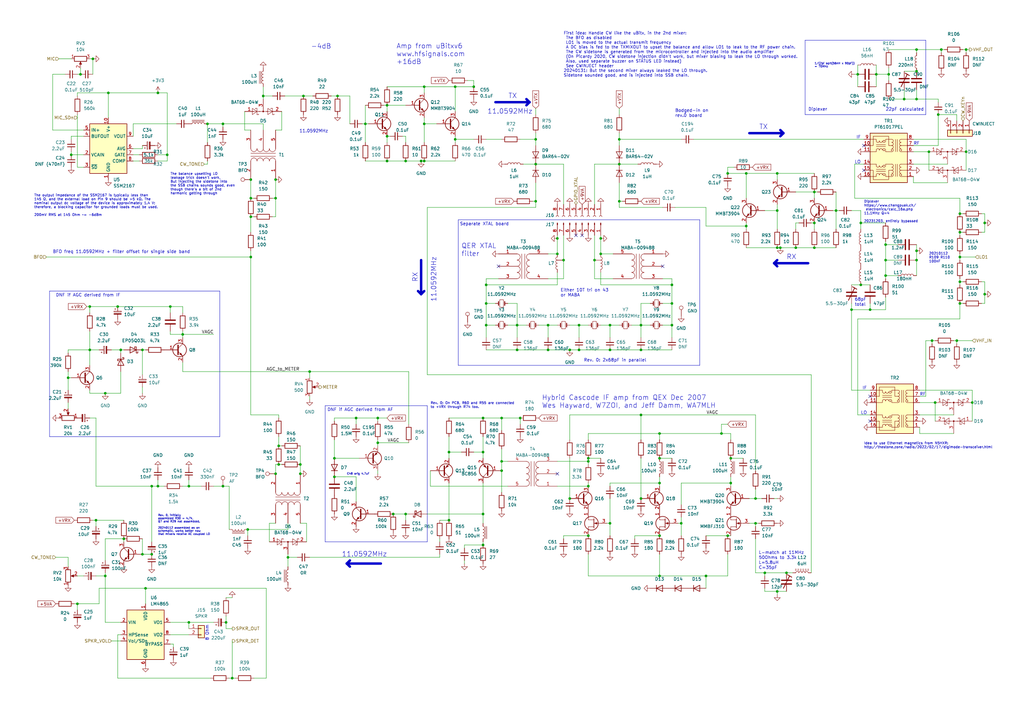
<source format=kicad_sch>
(kicad_sch (version 20230121) (generator eeschema)

  (uuid 0e592cd4-1950-44ef-9727-8e526f4c4e12)

  (paper "A3")

  (title_block
    (title "DART-70 TRX")
    (date "2024-01-31")
    (rev "1")
    (company "HB9EGM")
    (comment 1 "A 4m Band SSB/CW Transceiver")
    (comment 2 "Baseband")
  )

  

  (junction (at 186.69 57.15) (diameter 0) (color 0 0 0 0)
    (uuid 0079a40d-5664-4eb5-a4a1-35e197c9e578)
  )
  (junction (at 172.72 66.04) (diameter 0) (color 0 0 0 0)
    (uuid 027f19f3-a3d5-4daa-a96e-c5d9a71c1df8)
  )
  (junction (at 158.75 55.88) (diameter 0) (color 0 0 0 0)
    (uuid 02d8bab6-e62a-43d8-ae0a-47eb8be52f66)
  )
  (junction (at 58.42 143.51) (diameter 0) (color 0 0 0 0)
    (uuid 059f4155-bed3-4fb2-9baa-d569f31b7e5d)
  )
  (junction (at 320.04 101.6) (diameter 0) (color 0 0 0 0)
    (uuid 076a6a07-11fa-4191-a538-035a47a6b026)
  )
  (junction (at 199.39 124.46) (diameter 0) (color 0 0 0 0)
    (uuid 08e3fbcd-b24c-43b5-a2a5-3ed606084464)
  )
  (junction (at 375.92 20.32) (diameter 0) (color 0 0 0 0)
    (uuid 0e0e432b-78ea-4677-9624-cfa175a66f05)
  )
  (junction (at 262.89 143.51) (diameter 0) (color 0 0 0 0)
    (uuid 0e565d2a-00bb-4f20-8e2e-0f824e8d2762)
  )
  (junction (at 356.87 127) (diameter 0) (color 0 0 0 0)
    (uuid 0e79f50c-6749-4775-a4f9-1113788b2e6b)
  )
  (junction (at 241.3 189.23) (diameter 0) (color 0 0 0 0)
    (uuid 0f8367d0-e4ea-40ae-8dac-4e16d60a532f)
  )
  (junction (at 298.45 71.12) (diameter 0) (color 0 0 0 0)
    (uuid 1012b60c-7995-4cf6-a029-e4cda1fc26a4)
  )
  (junction (at 39.37 213.36) (diameter 0) (color 0 0 0 0)
    (uuid 1761eacf-5516-4f80-af22-ca5c2f3d7629)
  )
  (junction (at 173.99 50.8) (diameter 0) (color 0 0 0 0)
    (uuid 17a2367e-a2ff-4b57-83ee-9ab25894ec97)
  )
  (junction (at 48.26 125.73) (diameter 0) (color 0 0 0 0)
    (uuid 1843d2c0-629c-44e7-8460-03ced60a2111)
  )
  (junction (at 334.01 101.6) (diameter 0) (color 0 0 0 0)
    (uuid 1938c685-27ac-44a9-aab4-2c6ed50b8ec7)
  )
  (junction (at 295.91 177.8) (diameter 0) (color 0 0 0 0)
    (uuid 1a164a1f-45a6-43b7-9b64-349463c23d37)
  )
  (junction (at 166.37 210.82) (diameter 0) (color 0 0 0 0)
    (uuid 1c038126-c738-4381-b698-5c33c4341ae8)
  )
  (junction (at 64.77 38.1) (diameter 0) (color 0 0 0 0)
    (uuid 1d478e31-7d05-4026-94bc-716d6e6d4a57)
  )
  (junction (at 262.89 204.47) (diameter 0) (color 0 0 0 0)
    (uuid 1de51305-582b-4628-8092-75c3cf54eea0)
  )
  (junction (at 113.03 194.31) (diameter 0) (color 0 0 0 0)
    (uuid 1e5b8adc-bfe4-4d62-8fbb-b09ad198c5b6)
  )
  (junction (at 233.68 143.51) (diameter 0) (color 0 0 0 0)
    (uuid 210630ed-a720-499f-8ec9-3630627e1e05)
  )
  (junction (at 194.31 35.56) (diameter 0) (color 0 0 0 0)
    (uuid 222d63d3-68ff-4a04-b7c3-6efd5c4ab9e1)
  )
  (junction (at 381 62.23) (diameter 0) (color 0 0 0 0)
    (uuid 223b72c8-191b-4d26-8e73-2beb56cb0a2b)
  )
  (junction (at 298.45 219.71) (diameter 0) (color 0 0 0 0)
    (uuid 22f086a0-4e36-4832-8e1e-3bdb65f5c3f2)
  )
  (junction (at 212.09 143.51) (diameter 0) (color 0 0 0 0)
    (uuid 24fd922c-d488-4d61-b6dc-9d3e359ccc82)
  )
  (junction (at 299.72 187.96) (diameter 0) (color 0 0 0 0)
    (uuid 2583e10f-d237-4b6a-a35d-cff26f964496)
  )
  (junction (at 384.81 46.99) (diameter 0) (color 0 0 0 0)
    (uuid 2752e81c-fd78-4adc-8a3e-c2100d5bd7d7)
  )
  (junction (at 44.45 38.1) (diameter 0) (color 0 0 0 0)
    (uuid 2792ed93-89db-4e51-99ff-281323e776eb)
  )
  (junction (at 43.18 161.29) (diameter 0) (color 0 0 0 0)
    (uuid 2ac61f93-ebdb-4844-a9b1-76718596cd8a)
  )
  (junction (at 158.75 43.18) (diameter 0) (color 0 0 0 0)
    (uuid 2cd3680a-9e9d-4c97-9125-39c64a75e644)
  )
  (junction (at 270.51 198.12) (diameter 0) (color 0 0 0 0)
    (uuid 2d264e2f-7e31-4a17-86c5-13a68ab3ff7e)
  )
  (junction (at 363.22 106.68) (diameter 0) (color 0 0 0 0)
    (uuid 2fd14c3b-7e81-4330-b4b6-7d3b5d88fd5c)
  )
  (junction (at 393.7 115.57) (diameter 0) (color 0 0 0 0)
    (uuid 2fdc7923-56aa-4f0e-b559-e1b2e79c3c8f)
  )
  (junction (at 114.3 190.5) (diameter 0) (color 0 0 0 0)
    (uuid 30a877c2-a2d2-45b6-a8fa-8c4567fd5621)
  )
  (junction (at 382.27 139.7) (diameter 0) (color 0 0 0 0)
    (uuid 30dc039a-a902-4295-a2ea-7a00c6153126)
  )
  (junction (at 318.77 71.12) (diameter 0) (color 0 0 0 0)
    (uuid 315201dd-7991-408a-b65b-aa397fb29cdd)
  )
  (junction (at 38.1 24.13) (diameter 0) (color 0 0 0 0)
    (uuid 335263d3-7e35-4a9c-83c2-cd71d45f0688)
  )
  (junction (at 383.54 165.1) (diameter 0) (color 0 0 0 0)
    (uuid 3365c11b-b4a5-418d-85ee-41028926f18a)
  )
  (junction (at 351.79 30.48) (diameter 0) (color 0 0 0 0)
    (uuid 3b4c9779-bcad-4732-8142-8c3ab8d0419f)
  )
  (junction (at 173.99 35.56) (diameter 0) (color 0 0 0 0)
    (uuid 3bd6009a-f48b-4c66-92de-4d24549b4c7d)
  )
  (junction (at 161.29 210.82) (diameter 0) (color 0 0 0 0)
    (uuid 3bf0f30a-4c02-4011-9e56-5268cd9a18bc)
  )
  (junction (at 198.12 171.45) (diameter 0) (color 0 0 0 0)
    (uuid 3e9deac2-8e86-484c-b76a-a334d0715f66)
  )
  (junction (at 403.86 120.65) (diameter 0) (color 0 0 0 0)
    (uuid 3f6ba890-8616-4e68-b9d0-3d4eacc2e5c7)
  )
  (junction (at 254 82.55) (diameter 0) (color 0 0 0 0)
    (uuid 3fab5bb1-8815-4b0a-a5a7-85bc20dde8b0)
  )
  (junction (at 375.92 106.68) (diameter 0) (color 0 0 0 0)
    (uuid 3fcecab3-b47b-4a8c-9fb9-b323af94bc6b)
  )
  (junction (at 173.99 66.04) (diameter 0) (color 0 0 0 0)
    (uuid 43c88063-044a-47b7-b010-f3fb76152eec)
  )
  (junction (at 375.92 102.87) (diameter 0) (color 0 0 0 0)
    (uuid 446196fa-4af3-4fe1-9348-f02489c61276)
  )
  (junction (at 199.39 133.35) (diameter 0) (color 0 0 0 0)
    (uuid 460147d8-e4b6-4910-88e9-07d1ddd6c2df)
  )
  (junction (at 219.71 57.15) (diameter 0) (color 0 0 0 0)
    (uuid 485f8372-6f58-431e-9419-bfc90ad67732)
  )
  (junction (at 364.49 30.48) (diameter 0) (color 0 0 0 0)
    (uuid 4b3ba67b-606d-4750-abb9-54a01fd7bc1a)
  )
  (junction (at 212.09 133.35) (diameter 0) (color 0 0 0 0)
    (uuid 4b982f8b-ca29-4ebf-88fc-8a50b24e0802)
  )
  (junction (at 359.41 30.48) (diameter 0) (color 0 0 0 0)
    (uuid 4bcbab50-174d-4a4b-8660-c13a99f4d953)
  )
  (junction (at 246.38 104.14) (diameter 0) (color 0 0 0 0)
    (uuid 4d4b296b-354c-4f54-8b98-a9fec52fa110)
  )
  (junction (at 375.92 29.21) (diameter 0) (color 0 0 0 0)
    (uuid 4dbafe87-53e2-4b1b-b9d1-f029995a0c51)
  )
  (junction (at 91.44 50.8) (diameter 0) (color 0 0 0 0)
    (uuid 4f100da6-d6f9-4b77-90f1-fda986c2ed73)
  )
  (junction (at 113.03 81.28) (diameter 0) (color 0 0 0 0)
    (uuid 4f661a6f-98d8-4461-9401-113364b1e3a8)
  )
  (junction (at 184.15 213.36) (diameter 0) (color 0 0 0 0)
    (uuid 510aabe6-d19e-45d2-9ee4-74f6d2e6df89)
  )
  (junction (at 393.7 87.63) (diameter 0) (color 0 0 0 0)
    (uuid 56e3e10b-0165-4e27-9816-f40b5bb7e426)
  )
  (junction (at 275.59 133.35) (diameter 0) (color 0 0 0 0)
    (uuid 5c4341e3-29f4-4014-ad6b-9b4cb50156a6)
  )
  (junction (at 246.38 97.79) (diameter 0) (color 0 0 0 0)
    (uuid 5d58706a-c013-405c-9112-847886006796)
  )
  (junction (at 262.89 133.35) (diameter 0) (color 0 0 0 0)
    (uuid 5dbda758-e74b-4ccf-ad68-495d537d68ba)
  )
  (junction (at 275.59 124.46) (diameter 0) (color 0 0 0 0)
    (uuid 5fc44bfc-3a32-42f5-89ff-303d655beeb1)
  )
  (junction (at 198.12 223.52) (diameter 0) (color 0 0 0 0)
    (uuid 611c0051-64b3-4ff6-b51a-6ea814324060)
  )
  (junction (at 69.85 125.73) (diameter 0) (color 0 0 0 0)
    (uuid 62ed984b-c070-4de1-bd86-30aeb09fb9cd)
  )
  (junction (at 326.39 101.6) (diameter 0) (color 0 0 0 0)
    (uuid 6333a58f-0905-40bf-8806-a9405483f292)
  )
  (junction (at 138.43 39.37) (diameter 0) (color 0 0 0 0)
    (uuid 67d87795-1d4f-4f21-9afa-f7da30e8b867)
  )
  (junction (at 342.9 86.36) (diameter 0) (color 0 0 0 0)
    (uuid 6bdd7ca9-a767-4e33-bf37-498b319fce63)
  )
  (junction (at 102.87 88.9) (diameter 0) (color 0 0 0 0)
    (uuid 6e61ed05-4ce2-4d6e-b300-e8935e213361)
  )
  (junction (at 62.23 227.33) (diameter 0) (color 0 0 0 0)
    (uuid 707b1436-6255-4e74-ac3c-e365f258d4c7)
  )
  (junction (at 270.51 236.22) (diameter 0) (color 0 0 0 0)
    (uuid 711716b4-cb3c-40a8-915f-7a9cd1c1a345)
  )
  (junction (at 306.07 92.71) (diameter 0) (color 0 0 0 0)
    (uuid 71548298-edf3-48ed-bda9-4f920bb3ffda)
  )
  (junction (at 334.01 91.44) (diameter 0) (color 0 0 0 0)
    (uuid 7203aae8-7ab5-4754-be1f-92fd79bf7883)
  )
  (junction (at 228.6 104.14) (diameter 0) (color 0 0 0 0)
    (uuid 7292e3c7-8290-4fad-a17c-92a17c78ac6c)
  )
  (junction (at 127 152.4) (diameter 0) (color 0 0 0 0)
    (uuid 76f10a7e-8bc4-4240-8e23-1f6453db5228)
  )
  (junction (at 254 57.15) (diameter 0) (color 0 0 0 0)
    (uuid 782fd8fa-9fb0-44b6-bdfd-23367a676327)
  )
  (junction (at 299.72 198.12) (diameter 0) (color 0 0 0 0)
    (uuid 79aa4561-3272-488a-aacc-d24a783bf3fa)
  )
  (junction (at 146.05 171.45) (diameter 0) (color 0 0 0 0)
    (uuid 7ded6bed-9dbd-4c41-9e1c-d3038d76e12b)
  )
  (junction (at 393.7 105.41) (diameter 0) (color 0 0 0 0)
    (uuid 88658da7-484b-4fb1-bd87-cf0fe9fbbc98)
  )
  (junction (at 318.77 86.36) (diameter 0) (color 0 0 0 0)
    (uuid 897a30bd-82ab-4191-9e1c-88c95eb420c0)
  )
  (junction (at 205.74 171.45) (diameter 0) (color 0 0 0 0)
    (uuid 89924c9d-894c-4783-bb98-91fe4fffc426)
  )
  (junction (at 363.22 100.33) (diameter 0) (color 0 0 0 0)
    (uuid 89a0992d-b4b4-4a98-9018-0c3e3ac7c4ed)
  )
  (junction (at 403.86 91.44) (diameter 0) (color 0 0 0 0)
    (uuid 8a030abd-885a-4b15-b74a-b44dc2b6c7d7)
  )
  (junction (at 334.01 78.74) (diameter 0) (color 0 0 0 0)
    (uuid 8cad30c6-cd21-4b04-8aa8-5dfd9876668a)
  )
  (junction (at 370.84 40.64) (diameter 0) (color 0 0 0 0)
    (uuid 8d45f61e-b48a-4d9a-9705-81179d1cee29)
  )
  (junction (at 92.71 255.27) (diameter 0) (color 0 0 0 0)
    (uuid 8d612602-5cc8-45dd-a943-2a29be4b9ede)
  )
  (junction (at 102.87 81.28) (diameter 0) (color 0 0 0 0)
    (uuid 8edc9989-feda-4190-96e8-8ba0ca953891)
  )
  (junction (at 43.18 236.22) (diameter 0) (color 0 0 0 0)
    (uuid 8f57152a-781e-4e8e-b36c-e81f9a864e3b)
  )
  (junction (at 250.19 214.63) (diameter 0) (color 0 0 0 0)
    (uuid 91049a94-ccf8-463e-ab05-8a76a56be653)
  )
  (junction (at 309.88 214.63) (diameter 0) (color 0 0 0 0)
    (uuid 9134413a-edf3-40ce-9ec2-93a536746842)
  )
  (junction (at 318.77 242.57) (diameter 0) (color 0 0 0 0)
    (uuid 92b5166e-7b6a-4c31-94b5-b9d3f56f30b6)
  )
  (junction (at 205.74 189.23) (diameter 0) (color 0 0 0 0)
    (uuid 94a7e072-a853-4895-a974-0e863ac9edc2)
  )
  (junction (at 113.03 73.66) (diameter 0) (color 0 0 0 0)
    (uuid 9501ad82-8c5c-4bd6-a4e5-d738b7099508)
  )
  (junction (at 224.79 133.35) (diameter 0) (color 0 0 0 0)
    (uuid 9666bb6a-0c1d-4c92-be6d-94a465ec5c51)
  )
  (junction (at 64.77 199.39) (diameter 0) (color 0 0 0 0)
    (uuid 97e09b83-0572-4634-8ce7-0a86f1339fd8)
  )
  (junction (at 107.95 39.37) (diameter 0) (color 0 0 0 0)
    (uuid 983034d1-18ea-4dac-8753-9630cc5e0592)
  )
  (junction (at 386.08 20.32) (diameter 0) (color 0 0 0 0)
    (uuid 9873db56-1f37-4fe2-98ad-60e4c87af40c)
  )
  (junction (at 275.59 116.84) (diameter 0) (color 0 0 0 0)
    (uuid 9918dbb5-067b-4f72-a60f-e99dd790b7bf)
  )
  (junction (at 270.51 177.8) (diameter 0) (color 0 0 0 0)
    (uuid 994aaeb0-a945-4297-8f22-64b15ec2470b)
  )
  (junction (at 363.22 113.03) (diameter 0) (color 0 0 0 0)
    (uuid 9a438e91-12f1-4003-9587-51635f0ae695)
  )
  (junction (at 102.87 73.66) (diameter 0) (color 0 0 0 0)
    (uuid 9d0f1857-3b05-4e01-b461-94289f64ce4a)
  )
  (junction (at 123.19 194.31) (diameter 0) (color 0 0 0 0)
    (uuid 9d1032f1-04b7-4a45-a406-c5f306a5a4a3)
  )
  (junction (at 393.7 95.25) (diameter 0) (color 0 0 0 0)
    (uuid a4615cb6-40e1-4e6b-aa44-484a7357f4a4)
  )
  (junction (at 198.12 185.42) (diameter 0) (color 0 0 0 0)
    (uuid a4ec02e9-e140-4dcc-958f-47f7624526cb)
  )
  (junction (at 36.83 125.73) (diameter 0) (color 0 0 0 0)
    (uuid a65cad0c-0ef1-4ea5-a965-4eae7ac1f6af)
  )
  (junction (at 231.14 106.68) (diameter 0) (color 0 0 0 0)
    (uuid a662cdd6-a57e-4364-b8b3-c025c426c5be)
  )
  (junction (at 31.75 247.65) (diameter 0) (color 0 0 0 0)
    (uuid a69f72c8-ce0f-4293-bf44-c6832495c836)
  )
  (junction (at 77.47 199.39) (diameter 0) (color 0 0 0 0)
    (uuid a7cad282-51c3-4f24-be5e-311c2c5e959b)
  )
  (junction (at 137.16 195.58) (diameter 0) (color 0 0 0 0)
    (uuid a8675aa5-24f4-4a65-9564-259800e24a61)
  )
  (junction (at 228.6 97.79) (diameter 0) (color 0 0 0 0)
    (uuid aa537d78-628c-458e-8a08-c2dae82aca82)
  )
  (junction (at 318.77 101.6) (diameter 0) (color 0 0 0 0)
    (uuid aad5fe2f-2964-4c2f-90b5-8ec10e02fb70)
  )
  (junction (at 158.75 66.04) (diameter 0) (color 0 0 0 0)
    (uuid ab5a5163-9113-4726-bc7a-7e25f5bcb137)
  )
  (junction (at 27.94 154.94) (diameter 0) (color 0 0 0 0)
    (uuid ac0e5582-f44c-4bc2-8ae7-2c3f1115fb00)
  )
  (junction (at 33.02 30.48) (diameter 0) (color 0 0 0 0)
    (uuid ad2d033c-4040-4813-b5da-82cf827f9d86)
  )
  (junction (at 237.49 133.35) (diameter 0) (color 0 0 0 0)
    (uuid ad485fa9-ca4c-467a-b6d9-302ae2ec4eaa)
  )
  (junction (at 91.44 199.39) (diameter 0) (color 0 0 0 0)
    (uuid ae4c18cc-90ed-4d31-b27a-ee22bf49a14e)
  )
  (junction (at 237.49 143.51) (diameter 0) (color 0 0 0 0)
    (uuid aed41e50-066a-4d5d-9b35-33c86a58f817)
  )
  (junction (at 309.88 204.47) (diameter 0) (color 0 0 0 0)
    (uuid b046cbfe-7bd9-4ac8-9c60-a84b90a07076)
  )
  (junction (at 198.12 210.82) (diameter 0) (color 0 0 0 0)
    (uuid b0bd599f-5320-4de4-9844-b1248597f45d)
  )
  (junction (at 59.69 241.3) (diameter 0) (color 0 0 0 0)
    (uuid b2c93e47-1b35-4bce-b217-c95c59af9fea)
  )
  (junction (at 102.87 105.41) (diameter 0) (color 0 0 0 0)
    (uuid b2fc5a98-a9c8-4ffb-bf05-9a95788a6f6e)
  )
  (junction (at 199.39 116.84) (diameter 0) (color 0 0 0 0)
    (uuid b3ba518e-938d-434b-8f72-5ecf3fd42313)
  )
  (junction (at 154.94 181.61) (diameter 0) (color 0 0 0 0)
    (uuid b52e2ac1-1ad4-4299-a3b7-5950aeda9b09)
  )
  (junction (at 219.71 67.31) (diameter 0) (color 0 0 0 0)
    (uuid b55942a4-2e67-4c91-a2e2-17d287af1b39)
  )
  (junction (at 58.42 227.33) (diameter 0) (color 0 0 0 0)
    (uuid b67c5032-3958-4f67-8cff-2bc749aa2559)
  )
  (junction (at 68.58 63.5) (diameter 0) (color 0 0 0 0)
    (uuid b6a3e709-356a-4a55-ac00-07ba73afac37)
  )
  (junction (at 313.69 234.95) (diameter 0) (color 0 0 0 0)
    (uuid b7b0b83f-2dad-41a6-8e3b-dd0617021680)
  )
  (junction (at 233.68 204.47) (diameter 0) (color 0 0 0 0)
    (uuid bb8fc86a-138e-468d-a6f3-4d425bea2798)
  )
  (junction (at 241.3 199.39) (diameter 0) (color 0 0 0 0)
    (uuid bcb7b50e-e30b-4748-9ad3-15fd19268fd8)
  )
  (junction (at 270.51 187.96) (diameter 0) (color 0 0 0 0)
    (uuid bdd38f4a-d1f5-49ea-86a0-7074369f7406)
  )
  (junction (at 101.6 217.17) (diameter 0) (color 0 0 0 0)
    (uuid bf1cf86a-4cef-455a-b67c-093dbb9970e5)
  )
  (junction (at 95.25 278.13) (diameter 0) (color 0 0 0 0)
    (uuid bff74fb8-2e53-4140-9d30-8bb9b336dda4)
  )
  (junction (at 50.8 220.98) (diameter 0) (color 0 0 0 0)
    (uuid c07980be-125c-4459-be81-f2b8371f5ae2)
  )
  (junction (at 205.74 193.04) (diameter 0) (color 0 0 0 0)
    (uuid c41a688f-80a3-4252-bb37-134631846db3)
  )
  (junction (at 250.19 143.51) (diameter 0) (color 0 0 0 0)
    (uuid c8816f2b-d043-4f02-8988-815e5e7435ee)
  )
  (junction (at 118.11 228.6) (diameter 0) (color 0 0 0 0)
    (uuid c8c4fbfe-4e9c-445d-882a-7f1bac80adc8)
  )
  (junction (at 250.19 133.35) (diameter 0) (color 0 0 0 0)
    (uuid ca2ddb3d-eff7-4148-ac57-d5c14ba8be31)
  )
  (junction (at 393.7 124.46) (diameter 0) (color 0 0 0 0)
    (uuid ca5a4e59-a0d9-41f3-a4f9-8e9003dc636c)
  )
  (junction (at 241.3 187.96) (diameter 0) (color 0 0 0 0)
    (uuid cf4a7a0f-4b62-4a14-8810-1f9be9bb8bca)
  )
  (junction (at 375.92 40.64) (diameter 0) (color 0 0 0 0)
    (uuid cfd26f0b-c959-40e8-8a7e-48204bb5c64f)
  )
  (junction (at 224.79 143.51) (diameter 0) (color 0 0 0 0)
    (uuid d3e01bdf-5c14-407f-80a1-1d934fc04fab)
  )
  (junction (at 149.86 50.8) (diameter 0) (color 0 0 0 0)
    (uuid d46cfddd-ae59-45a8-a05e-501b77d91351)
  )
  (junction (at 124.46 39.37) (diameter 0) (color 0 0 0 0)
    (uuid d47b6e93-2883-4b61-9107-b49e482eb126)
  )
  (junction (at 270.51 219.71) (diameter 0) (color 0 0 0 0)
    (uuid d5fa5081-044e-4305-8f5d-d2a56bf86d29)
  )
  (junction (at 77.47 255.27) (diameter 0) (color 0 0 0 0)
    (uuid d6fda246-3399-48cd-8a06-99bbdf8c75e4)
  )
  (junction (at 241.3 219.71) (diameter 0) (color 0 0 0 0)
    (uuid d703d54e-2823-4563-98c8-59d8b8b54fec)
  )
  (junction (at 166.37 66.04) (diameter 0) (color 0 0 0 0)
    (uuid d774c163-0e71-4e59-99e8-33a6c910c00d)
  )
  (junction (at 62.23 199.39) (diameter 0) (color 0 0 0 0)
    (uuid d7d4c350-2318-4a09-b921-0a78963f6666)
  )
  (junction (at 254 67.31) (diameter 0) (color 0 0 0 0)
    (uuid d964cb21-9482-4b14-9981-964030a476a5)
  )
  (junction (at 219.71 82.55) (diameter 0) (color 0 0 0 0)
    (uuid d96c7ae3-a14b-4da8-8c67-7918799c8e60)
  )
  (junction (at 396.24 62.23) (diameter 0) (color 0 0 0 0)
    (uuid daa9b5c5-21a2-4482-b81a-69bb9f749fb7)
  )
  (junction (at 186.69 35.56) (diameter 0) (color 0 0 0 0)
    (uuid dcdfeb28-863e-4a43-ad64-f6e45863b4d7)
  )
  (junction (at 213.36 171.45) (diameter 0) (color 0 0 0 0)
    (uuid ddaaa428-40ee-45ee-a789-6961e25a11bb)
  )
  (junction (at 392.43 139.7) (diameter 0) (color 0 0 0 0)
    (uuid de1eb50d-ef90-4d0d-a112-fc865a422b99)
  )
  (junction (at 289.56 236.22) (diameter 0) (color 0 0 0 0)
    (uuid df231e82-dc0c-49c1-a01b-d2be84591ff3)
  )
  (junction (at 322.58 234.95) (diameter 0) (color 0 0 0 0)
    (uuid e15f6002-d342-413a-a773-225c5f4cfb04)
  )
  (junction (at 396.24 20.32) (diameter 0) (color 0 0 0 0)
    (uuid e2d27bd1-d4c5-4321-a13b-160cb2d6015d)
  )
  (junction (at 49.53 143.51) (diameter 0) (color 0 0 0 0)
    (uuid e3903eeb-8b72-4b40-a088-cbbba270c01b)
  )
  (junction (at 279.4 214.63) (diameter 0) (color 0 0 0 0)
    (uuid e736b041-4756-4726-980f-1b93cf00a2ad)
  )
  (junction (at 243.84 106.68) (diameter 0) (color 0 0 0 0)
    (uuid e7eee956-d2ad-4d33-9823-9759f9a8aab1)
  )
  (junction (at 74.93 137.16) (diameter 0) (color 0 0 0 0)
    (uuid e8558fbd-ea42-43a6-966a-7bd304bdfaad)
  )
  (junction (at 353.06 91.44) (diameter 0) (color 0 0 0 0)
    (uuid e8822f44-e7ca-47f3-a9bc-951244c889e7)
  )
  (junction (at 36.83 143.51) (diameter 0) (color 0 0 0 0)
    (uuid eac540a2-0555-4530-b9cb-9b037a65c0a7)
  )
  (junction (at 114.3 182.88) (diameter 0) (color 0 0 0 0)
    (uuid eb3c65f0-3082-4c13-98c1-cac8dc7eccac)
  )
  (junction (at 137.16 187.96) (diameter 0) (color 0 0 0 0)
    (uuid ecba702e-9fb5-4bd7-9b08-5197492ec54b)
  )
  (junction (at 349.25 127) (diameter 0) (color 0 0 0 0)
    (uuid ef4c798c-4721-49f1-8016-e362a6672715)
  )
  (junction (at 154.94 171.45) (diameter 0) (color 0 0 0 0)
    (uuid ef890f22-a95b-4cdb-a961-150349a2c3c2)
  )
  (junction (at 398.78 165.1) (diameter 0) (color 0 0 0 0)
    (uuid efac21da-3f93-4ae4-bab8-dbdec293c35e)
  )
  (junction (at 306.07 71.12) (diameter 0) (color 0 0 0 0)
    (uuid f02e930f-fe1a-4921-a9df-ee330f41d2bd)
  )
  (junction (at 353.06 116.84) (diameter 0) (color 0 0 0 0)
    (uuid f22dadd7-4a1b-4449-b981-cbbeced9fbc5)
  )
  (junction (at 85.09 50.8) (diameter 0) (color 0 0 0 0)
    (uuid f9362574-7797-4e6e-9765-e515232ee831)
  )
  (junction (at 184.15 185.42) (diameter 0) (color 0 0 0 0)
    (uuid fb5d1a59-18d1-49ea-b504-10e76cce8897)
  )
  (junction (at 123.19 190.5) (diameter 0) (color 0 0 0 0)
    (uuid fbe71f6a-7e5a-41f1-9e6e-b2e94d49a3bc)
  )
  (junction (at 29.21 63.5) (diameter 0) (color 0 0 0 0)
    (uuid fe2b05f5-675b-44d0-956c-c5829b7c692a)
  )
  (junction (at 262.89 170.18) (diameter 0) (color 0 0 0 0)
    (uuid fe2ce942-d4c5-4b3f-a09e-cda9276450f6)
  )

  (no_connect (at 356.87 172.72) (uuid 112718f1-f222-4c50-a4f0-a42dabd066b7))
  (no_connect (at 236.22 96.52) (uuid 2b99a1e6-5f67-436f-9ed5-38e8bfd4c142))
  (no_connect (at 354.33 69.85) (uuid 36cd8509-4b06-4001-aa2f-00b548cb4477))
  (no_connect (at 204.47 109.22) (uuid 4866aeb4-d287-46eb-8d15-c55d9c708490))
  (no_connect (at 354.33 59.69) (uuid 6226f2ac-b9bf-4733-a388-cd49aa6934ae))
  (no_connect (at 356.87 162.56) (uuid 69a2fbd1-0689-4722-b099-d7d4b3a2c805))
  (no_connect (at 271.78 109.22) (uuid 8a4c8ee9-530e-4698-8694-1dcab411e819))
  (no_connect (at 228.6 194.31) (uuid afdb3662-3196-4d9d-b0e8-7f416bb5cd4f))
  (no_connect (at 238.76 96.52) (uuid ee08a6c2-528a-478b-9089-08fe9a37ec7e))

  (wire (pts (xy 403.86 87.63) (xy 403.86 91.44))
    (stroke (width 0) (type default))
    (uuid 006436ec-9ab2-4589-83be-4667e52db3bf)
  )
  (wire (pts (xy 205.74 171.45) (xy 205.74 176.53))
    (stroke (width 0) (type default))
    (uuid 00c27d59-c437-4bee-9cde-cbd48a34e31b)
  )
  (wire (pts (xy 318.77 83.82) (xy 318.77 86.36))
    (stroke (width 0) (type default))
    (uuid 00cf6024-5820-4cff-8981-5be2b438caf3)
  )
  (wire (pts (xy 87.63 199.39) (xy 91.44 199.39))
    (stroke (width 0) (type default))
    (uuid 0113fe75-9787-49bd-865f-03242ce2a366)
  )
  (wire (pts (xy 219.71 57.15) (xy 219.71 54.61))
    (stroke (width 0) (type default))
    (uuid 0125f083-fa2b-4a11-85be-7853b609b001)
  )
  (wire (pts (xy 359.41 30.48) (xy 359.41 35.56))
    (stroke (width 0) (type default))
    (uuid 01c67c04-8ed4-481b-b382-ac69e0a55001)
  )
  (wire (pts (xy 68.58 66.04) (xy 64.77 66.04))
    (stroke (width 0) (type default))
    (uuid 01caafb3-af8a-4642-870c-c290b286d040)
  )
  (wire (pts (xy 166.37 43.18) (xy 158.75 43.18))
    (stroke (width 0) (type default))
    (uuid 01f0181c-303d-46c7-ba34-20eee1c48cd1)
  )
  (wire (pts (xy 173.99 50.8) (xy 179.07 50.8))
    (stroke (width 0) (type default))
    (uuid 0222c276-ce98-44cf-9ac7-d0d00163570d)
  )
  (wire (pts (xy 190.5 231.14) (xy 190.5 229.87))
    (stroke (width 0) (type default))
    (uuid 027fc545-8a42-4646-8424-467711418116)
  )
  (wire (pts (xy 114.3 170.18) (xy 114.3 171.45))
    (stroke (width 0) (type default))
    (uuid 0332aa97-cadc-4e7a-b8af-ca59e255597d)
  )
  (wire (pts (xy 173.99 66.04) (xy 186.69 66.04))
    (stroke (width 0) (type default))
    (uuid 035d062f-f875-4853-8ca1-a348c3967bb1)
  )
  (wire (pts (xy 113.03 214.63) (xy 110.49 214.63))
    (stroke (width 0) (type default))
    (uuid 03b7756f-0559-43eb-b24d-3aefa5a15899)
  )
  (wire (pts (xy 394.97 20.32) (xy 396.24 20.32))
    (stroke (width 0) (type default))
    (uuid 03ce6745-00b2-4d2b-bad7-eb9745172859)
  )
  (wire (pts (xy 166.37 210.82) (xy 161.29 210.82))
    (stroke (width 0) (type default))
    (uuid 03dd13e2-d89f-47ed-8a2f-ce75e7a97ef3)
  )
  (wire (pts (xy 262.89 133.35) (xy 266.7 133.35))
    (stroke (width 0) (type default))
    (uuid 042fe62b-53aa-4e86-97d0-9ccb1e16a895)
  )
  (wire (pts (xy 379.73 139.7) (xy 382.27 139.7))
    (stroke (width 0) (type default))
    (uuid 0437af13-5b81-4e18-82d5-0ec28c5d895f)
  )
  (wire (pts (xy 374.65 74.93) (xy 374.65 72.39))
    (stroke (width 0) (type default))
    (uuid 047a18ce-9e77-4d7d-a9ce-60b21f671177)
  )
  (wire (pts (xy 31.75 68.58) (xy 34.29 68.58))
    (stroke (width 0) (type default))
    (uuid 04868f85-bc69-4fa9-8e62-d78ffe5ae58e)
  )
  (wire (pts (xy 396.24 20.32) (xy 397.51 20.32))
    (stroke (width 0) (type default))
    (uuid 04ef368b-f4e9-48da-956c-ee93cb3d01e8)
  )
  (wire (pts (xy 363.22 106.68) (xy 363.22 113.03))
    (stroke (width 0) (type default))
    (uuid 05ddadd4-94df-4d6a-b500-ff320675ba33)
  )
  (wire (pts (xy 241.3 227.33) (xy 241.3 236.22))
    (stroke (width 0) (type default))
    (uuid 066671d9-1fdf-4a05-a7e7-cadb7d44b89f)
  )
  (wire (pts (xy 356.87 124.46) (xy 356.87 127))
    (stroke (width 0) (type default))
    (uuid 06fedb5b-65dd-4aa0-9e2d-b04e5a505f26)
  )
  (wire (pts (xy 208.28 124.46) (xy 212.09 124.46))
    (stroke (width 0) (type default))
    (uuid 082d865b-0a4e-49c3-b18b-be47fd4a465a)
  )
  (wire (pts (xy 382.27 139.7) (xy 383.54 139.7))
    (stroke (width 0) (type default))
    (uuid 0830aef1-c986-42f8-ba6a-a3fcacbf0210)
  )
  (wire (pts (xy 309.88 234.95) (xy 309.88 220.98))
    (stroke (width 0) (type default))
    (uuid 08c8f1b4-737d-438b-967e-a77cce3833c0)
  )
  (wire (pts (xy 58.42 143.51) (xy 58.42 153.67))
    (stroke (width 0) (type default))
    (uuid 09321bf4-1ea1-49b5-b1f9-ac29d6606a74)
  )
  (wire (pts (xy 173.99 35.56) (xy 186.69 35.56))
    (stroke (width 0) (type default))
    (uuid 0943dfff-08fd-4176-a97a-8e271f47b148)
  )
  (wire (pts (xy 393.7 105.41) (xy 393.7 104.14))
    (stroke (width 0) (type default))
    (uuid 09aa0d32-f4dc-42fd-a756-e1229737bd34)
  )
  (wire (pts (xy 289.56 236.22) (xy 289.56 241.3))
    (stroke (width 0) (type default))
    (uuid 0a0c053c-54e0-4f14-b909-036d0c5fbf08)
  )
  (wire (pts (xy 158.75 43.18) (xy 158.75 45.72))
    (stroke (width 0) (type default))
    (uuid 0a80373e-7854-41a7-8441-30fd81967887)
  )
  (wire (pts (xy 254 74.93) (xy 254 82.55))
    (stroke (width 0) (type default))
    (uuid 0a9f993d-d83a-4cdc-bae3-0f40dd545220)
  )
  (wire (pts (xy 279.4 198.12) (xy 299.72 198.12))
    (stroke (width 0) (type default))
    (uuid 0b5e9f79-a50b-4078-b2be-eff1d45ab7fc)
  )
  (wire (pts (xy 309.88 234.95) (xy 313.69 234.95))
    (stroke (width 0) (type default))
    (uuid 0dc79dd3-c584-4173-b914-e6a8bcd18e45)
  )
  (wire (pts (xy 36.83 135.89) (xy 36.83 143.51))
    (stroke (width 0) (type default))
    (uuid 0e1c6bbc-4cc4-4ce9-b48a-8292bb286da8)
  )
  (wire (pts (xy 246.38 97.79) (xy 246.38 96.52))
    (stroke (width 0) (type default))
    (uuid 0f4b5c7f-79aa-4c46-b222-58e7e288b195)
  )
  (wire (pts (xy 33.02 27.94) (xy 33.02 30.48))
    (stroke (width 0) (type default))
    (uuid 100847e3-630c-4c13-ba45-180e92370805)
  )
  (wire (pts (xy 318.77 71.12) (xy 318.77 73.66))
    (stroke (width 0) (type default))
    (uuid 10ef0d40-b427-4fac-bff7-e8ca2d279fd2)
  )
  (wire (pts (xy 166.37 66.04) (xy 172.72 66.04))
    (stroke (width 0) (type default))
    (uuid 11ac1ac8-72b6-43ed-915e-50f87561daf8)
  )
  (wire (pts (xy 107.95 50.8) (xy 91.44 50.8))
    (stroke (width 0) (type default))
    (uuid 12340fb8-cd9c-4069-beec-13d4d2ea0d99)
  )
  (polyline (pts (xy 307.34 54.61) (xy 321.31 54.61))
    (stroke (width 1) (type solid))
    (uuid 1281d63b-9c8c-4454-9b2d-0bbbc27e2ae7)
  )

  (wire (pts (xy 44.45 38.1) (xy 64.77 38.1))
    (stroke (width 0) (type default))
    (uuid 12e17856-cd8c-41a8-bb2e-9faca10b0973)
  )
  (wire (pts (xy 393.7 130.81) (xy 351.79 130.81))
    (stroke (width 0) (type default))
    (uuid 15352954-5a6d-4167-94e3-a8475b279783)
  )
  (wire (pts (xy 43.18 234.95) (xy 43.18 236.22))
    (stroke (width 0) (type default))
    (uuid 15e1025c-faeb-49ff-aaa3-6ba9acaabd98)
  )
  (wire (pts (xy 137.16 172.72) (xy 137.16 171.45))
    (stroke (width 0) (type default))
    (uuid 1606d99f-0508-4f2e-b63b-47e62c4312ee)
  )
  (wire (pts (xy 386.08 21.59) (xy 386.08 20.32))
    (stroke (width 0) (type default))
    (uuid 16070e3c-2cc9-4d09-bef3-8ceccb63947e)
  )
  (wire (pts (xy 36.83 125.73) (xy 36.83 128.27))
    (stroke (width 0) (type default))
    (uuid 16aa2316-1a67-45e5-b6c4-e59dd85814f4)
  )
  (wire (pts (xy 334.01 71.12) (xy 318.77 71.12))
    (stroke (width 0) (type default))
    (uuid 16b8184d-4364-4664-b33c-1e355c0b0e6c)
  )
  (wire (pts (xy 298.45 68.58) (xy 298.45 71.12))
    (stroke (width 0) (type default))
    (uuid 171c47c2-e63c-45a5-b02c-078b78214786)
  )
  (wire (pts (xy 115.57 182.88) (xy 114.3 182.88))
    (stroke (width 0) (type default))
    (uuid 17c93850-5ebd-4f0d-b8eb-52bf14b01af4)
  )
  (wire (pts (xy 186.69 35.56) (xy 194.31 35.56))
    (stroke (width 0) (type default))
    (uuid 18723066-b973-43bf-8bbf-4c210121a928)
  )
  (wire (pts (xy 334.01 78.74) (xy 334.01 81.28))
    (stroke (width 0) (type default))
    (uuid 189610aa-2967-4418-8b8b-b36bdf6bc60b)
  )
  (wire (pts (xy 375.92 100.33) (xy 375.92 102.87))
    (stroke (width 0) (type default))
    (uuid 19028db1-670b-4d84-9d20-5aa2f8585dd7)
  )
  (wire (pts (xy 342.9 101.6) (xy 334.01 101.6))
    (stroke (width 0) (type default))
    (uuid 1966977a-39df-4890-91de-0e8ae767b0a0)
  )
  (wire (pts (xy 186.69 57.15) (xy 194.31 57.15))
    (stroke (width 0) (type default))
    (uuid 19a56892-f9d5-4508-ab75-59721c555275)
  )
  (wire (pts (xy 313.69 242.57) (xy 313.69 241.3))
    (stroke (width 0) (type default))
    (uuid 1a255025-6cad-4a3e-8763-c9c3ba585d53)
  )
  (wire (pts (xy 326.39 101.6) (xy 320.04 101.6))
    (stroke (width 0) (type default))
    (uuid 1a86e987-6d08-4b7a-b2e3-f89b9863e895)
  )
  (wire (pts (xy 146.05 195.58) (xy 146.05 205.74))
    (stroke (width 0) (type default))
    (uuid 1a9613ab-fb34-4a02-8365-aadaa421dfaf)
  )
  (wire (pts (xy 27.94 143.51) (xy 36.83 143.51))
    (stroke (width 0) (type default))
    (uuid 1a9f0d73-6986-450b-8da5-dca8d718cd0d)
  )
  (wire (pts (xy 375.92 20.32) (xy 386.08 20.32))
    (stroke (width 0) (type default))
    (uuid 1b89864d-e042-4259-99ab-c96136a33a11)
  )
  (wire (pts (xy 350.52 67.31) (xy 350.52 81.28))
    (stroke (width 0) (type default))
    (uuid 1c0378fb-8fa4-4942-8a64-86b9252ef636)
  )
  (wire (pts (xy 254 82.55) (xy 254 85.09))
    (stroke (width 0) (type default))
    (uuid 1c3c3108-d49a-4730-84a5-d29eb03028f4)
  )
  (wire (pts (xy 262.89 143.51) (xy 275.59 143.51))
    (stroke (width 0) (type default))
    (uuid 1d8cbdb8-b0d5-4f06-84c8-05770b7e9555)
  )
  (wire (pts (xy 219.71 59.69) (xy 219.71 57.15))
    (stroke (width 0) (type default))
    (uuid 1dbe419a-f71e-4ab5-9a49-e58e75747fdf)
  )
  (wire (pts (xy 118.11 217.17) (xy 101.6 217.17))
    (stroke (width 0) (type default))
    (uuid 1dc9a7fa-415c-4243-97fb-46b0d627e89d)
  )
  (wire (pts (xy 137.16 171.45) (xy 146.05 171.45))
    (stroke (width 0) (type default))
    (uuid 1ddbded3-4d65-49ba-8123-18c72e4b7f4a)
  )
  (wire (pts (xy 363.22 113.03) (xy 363.22 114.3))
    (stroke (width 0) (type default))
    (uuid 1e2c0cdd-08a6-4586-b370-3ffc74205845)
  )
  (wire (pts (xy 243.84 106.68) (xy 243.84 114.3))
    (stroke (width 0) (type default))
    (uuid 1e9638be-d271-44b9-9bc3-e37783c8782f)
  )
  (wire (pts (xy 158.75 66.04) (xy 166.37 66.04))
    (stroke (width 0) (type default))
    (uuid 1f1052c4-d15a-450f-8bb0-3cc3f3592607)
  )
  (wire (pts (xy 250.19 204.47) (xy 250.19 214.63))
    (stroke (width 0) (type default))
    (uuid 1f1c22b1-15a3-4e28-88a5-25ba2fbef197)
  )
  (wire (pts (xy 212.09 124.46) (xy 212.09 133.35))
    (stroke (width 0) (type default))
    (uuid 1fd73780-e017-4e2c-9674-56cb6f09dc2d)
  )
  (wire (pts (xy 246.38 116.84) (xy 275.59 116.84))
    (stroke (width 0) (type default))
    (uuid 2163a967-be2d-4344-a94d-f1b8da3dc3a3)
  )
  (wire (pts (xy 396.24 57.15) (xy 396.24 62.23))
    (stroke (width 0) (type default))
    (uuid 2171e051-2b1c-4df3-9987-bb0d428437aa)
  )
  (wire (pts (xy 69.85 135.89) (xy 69.85 137.16))
    (stroke (width 0) (type default))
    (uuid 22591446-6d82-47ac-b525-9e9deb496c8c)
  )
  (wire (pts (xy 137.16 180.34) (xy 137.16 187.96))
    (stroke (width 0) (type default))
    (uuid 231e5ae4-1791-4485-9a32-a64456488009)
  )
  (wire (pts (xy 111.76 88.9) (xy 113.03 88.9))
    (stroke (width 0) (type default))
    (uuid 233c88a4-9a5e-42af-96fb-5079a0c4ddfe)
  )
  (wire (pts (xy 241.3 189.23) (xy 241.3 187.96))
    (stroke (width 0) (type default))
    (uuid 25347fbb-8744-4d15-9949-de9866144f81)
  )
  (wire (pts (xy 270.51 177.8) (xy 241.3 177.8))
    (stroke (width 0) (type default))
    (uuid 2556849b-244d-40cf-86de-101d00a3273d)
  )
  (wire (pts (xy 275.59 187.96) (xy 270.51 187.96))
    (stroke (width 0) (type default))
    (uuid 25b40549-5004-4a9f-8c83-45a4561f2c44)
  )
  (wire (pts (xy 39.37 213.36) (xy 50.8 213.36))
    (stroke (width 0) (type default))
    (uuid 268a679e-e023-47f5-8a31-2516b1c23479)
  )
  (wire (pts (xy 295.91 173.99) (xy 295.91 177.8))
    (stroke (width 0) (type default))
    (uuid 27937394-9bb7-48f6-a154-02c32eca1c67)
  )
  (wire (pts (xy 342.9 78.74) (xy 342.9 86.36))
    (stroke (width 0) (type default))
    (uuid 2812f45e-ebd6-42bd-b5eb-ed95214eca8f)
  )
  (wire (pts (xy 198.12 198.12) (xy 198.12 210.82))
    (stroke (width 0) (type default))
    (uuid 287f053d-d517-4f77-a833-8d255e7a9f3f)
  )
  (wire (pts (xy 31.75 247.65) (xy 40.64 247.65))
    (stroke (width 0) (type default))
    (uuid 29b8b23a-e7ee-4dc9-92e7-c3cadb119379)
  )
  (wire (pts (xy 335.28 78.74) (xy 334.01 78.74))
    (stroke (width 0) (type default))
    (uuid 2a3e52a2-02c1-4de1-bbee-f4f094c5cf5c)
  )
  (wire (pts (xy 205.74 189.23) (xy 205.74 193.04))
    (stroke (width 0) (type default))
    (uuid 2a63233b-a7a2-4c59-82c8-58a12efecada)
  )
  (wire (pts (xy 250.19 214.63) (xy 248.92 214.63))
    (stroke (width 0) (type default))
    (uuid 2afd810b-02fc-4ddc-b23c-b8689ad0ab1d)
  )
  (wire (pts (xy 34.29 55.88) (xy 29.21 55.88))
    (stroke (width 0) (type default))
    (uuid 2b878984-ad62-40d5-87be-d30f465ae2b3)
  )
  (wire (pts (xy 74.93 152.4) (xy 74.93 148.59))
    (stroke (width 0) (type default))
    (uuid 2b894b8a-c098-4d9d-be0f-2ef41dea274e)
  )
  (wire (pts (xy 266.7 124.46) (xy 262.89 124.46))
    (stroke (width 0) (type default))
    (uuid 2ba6a5e2-be81-4fda-a558-a7c1489b8584)
  )
  (wire (pts (xy 228.6 97.79) (xy 228.6 104.14))
    (stroke (width 0) (type default))
    (uuid 2bb91631-ebd1-41f4-8f02-7d20cea9a1ea)
  )
  (wire (pts (xy 118.11 228.6) (xy 118.11 227.33))
    (stroke (width 0) (type default))
    (uuid 2bc9d2d9-93de-4c12-bc6b-86b8c29f0aa6)
  )
  (wire (pts (xy 199.39 114.3) (xy 199.39 116.84))
    (stroke (width 0) (type default))
    (uuid 2d4b6a63-930e-4ce6-8f19-abaabb68aafd)
  )
  (wire (pts (xy 349.25 160.02) (xy 349.25 127))
    (stroke (width 0) (type default))
    (uuid 2dcb67f4-c872-4b2a-956a-523605159edb)
  )
  (wire (pts (xy 128.27 39.37) (xy 124.46 39.37))
    (stroke (width 0) (type default))
    (uuid 2e63a8de-ed51-4777-8337-472b5b4f8240)
  )
  (wire (pts (xy 275.59 138.43) (xy 275.59 133.35))
    (stroke (width 0) (type default))
    (uuid 2e6b1f7e-e4c3-43a1-ae90-c85aa40696d5)
  )
  (wire (pts (xy 259.08 133.35) (xy 262.89 133.35))
    (stroke (width 0) (type default))
    (uuid 2ec9be40-1d5a-4e2d-8a4d-4be2d3c079d5)
  )
  (wire (pts (xy 353.06 86.36) (xy 353.06 91.44))
    (stroke (width 0) (type default))
    (uuid 2f3f2305-6e67-4103-9727-21f03965c347)
  )
  (wire (pts (xy 214.63 67.31) (xy 219.71 67.31))
    (stroke (width 0) (type default))
    (uuid 3026ca22-9079-411a-bec8-e95daa0137af)
  )
  (wire (pts (xy 125.73 214.63) (xy 123.19 214.63))
    (stroke (width 0) (type default))
    (uuid 307b7b86-dfcd-43e5-adae-a42ec65f9c2c)
  )
  (wire (pts (xy 241.3 190.5) (xy 241.3 189.23))
    (stroke (width 0) (type default))
    (uuid 31405bcc-b3b5-4799-beda-e88762b1ff65)
  )
  (wire (pts (xy 241.3 236.22) (xy 270.51 236.22))
    (stroke (width 0) (type default))
    (uuid 314a73cd-4340-4691-9097-14e559730536)
  )
  (wire (pts (xy 167.64 152.4) (xy 167.64 173.99))
    (stroke (width 0) (type default))
    (uuid 321ed9e4-ae5b-472e-9566-a066b96db8bf)
  )
  (wire (pts (xy 233.68 170.18) (xy 233.68 180.34))
    (stroke (width 0) (type default))
    (uuid 3276e29e-f986-4a1b-866c-9d3cbd2e5d3d)
  )
  (wire (pts (xy 186.69 45.72) (xy 186.69 35.56))
    (stroke (width 0) (type default))
    (uuid 32d50c10-a20b-414f-afaf-7821cceaf33a)
  )
  (wire (pts (xy 26.67 30.48) (xy 21.59 30.48))
    (stroke (width 0) (type default))
    (uuid 33b48673-c959-4510-b6fa-fd3f7bdb00fd)
  )
  (wire (pts (xy 64.77 63.5) (xy 68.58 63.5))
    (stroke (width 0) (type default))
    (uuid 33b6dbe8-d555-4f35-a63c-27c75fa09ca7)
  )
  (wire (pts (xy 118.11 214.63) (xy 118.11 217.17))
    (stroke (width 0) (type default))
    (uuid 33b8f01e-acf2-48c5-adde-e838f3dfad6d)
  )
  (wire (pts (xy 172.72 66.04) (xy 173.99 66.04))
    (stroke (width 0) (type default))
    (uuid 341e0f4b-92fa-44cf-9e72-3a5fc025563e)
  )
  (wire (pts (xy 377.19 177.8) (xy 377.19 175.26))
    (stroke (width 0) (type default))
    (uuid 34971b89-a71c-4b1e-9611-7fffde0ef9c4)
  )
  (wire (pts (xy 212.09 138.43) (xy 212.09 133.35))
    (stroke (width 0) (type default))
    (uuid 35343f32-90ff-4059-a108-111fb444c3d2)
  )
  (wire (pts (xy 394.97 124.46) (xy 393.7 124.46))
    (stroke (width 0) (type default))
    (uuid 3586fadc-dfb0-445d-9e9e-609ee49ba8a3)
  )
  (wire (pts (xy 27.94 160.02) (xy 27.94 154.94))
    (stroke (width 0) (type default))
    (uuid 35e60fa0-27cf-4d0e-8bab-b364400c08c0)
  )
  (wire (pts (xy 123.19 194.31) (xy 123.19 190.5))
    (stroke (width 0) (type default))
    (uuid 362da67e-2cbf-4626-b5c1-6c5ba9fb75f9)
  )
  (wire (pts (xy 208.28 189.23) (xy 205.74 189.23))
    (stroke (width 0) (type default))
    (uuid 364f7692-8fd2-4996-8f00-fec21fff2827)
  )
  (wire (pts (xy 275.59 133.35) (xy 271.78 133.35))
    (stroke (width 0) (type default))
    (uuid 36696ac6-2db1-4b52-ae3d-9f3c89d2042f)
  )
  (wire (pts (xy 332.74 153.67) (xy 175.26 153.67))
    (stroke (width 0) (type default))
    (uuid 369c2242-d22f-4370-b888-6adc5e444aec)
  )
  (wire (pts (xy 43.18 220.98) (xy 50.8 220.98))
    (stroke (width 0) (type default))
    (uuid 37776474-3e55-452d-b61d-56f6c437c0b7)
  )
  (wire (pts (xy 368.3 113.03) (xy 363.22 113.03))
    (stroke (width 0) (type default))
    (uuid 37c4ff09-2526-492b-a9f8-7ea7ff67af23)
  )
  (wire (pts (xy 104.14 278.13) (xy 109.22 278.13))
    (stroke (width 0) (type default))
    (uuid 37f9ff9e-4ac0-495a-8616-d843451c132e)
  )
  (polyline (pts (xy 20.32 179.07) (xy 20.32 119.38))
    (stroke (width 0) (type default))
    (uuid 38a62d51-e863-4b0e-8f07-7e1cafdb4037)
  )

  (wire (pts (xy 49.53 260.35) (xy 48.26 260.35))
    (stroke (width 0) (type default))
    (uuid 38d04039-5d82-48aa-b8b9-bc35b46616f0)
  )
  (wire (pts (xy 198.12 210.82) (xy 175.26 210.82))
    (stroke (width 0) (type default))
    (uuid 393131ec-a9a2-4b13-8fa7-5bb85d9e7338)
  )
  (wire (pts (xy 199.39 116.84) (xy 199.39 124.46))
    (stroke (width 0) (type default))
    (uuid 3a274653-eff3-4ffe-9be8-2bfd0950af0a)
  )
  (polyline (pts (xy 172.72 120.65) (xy 173.99 119.38))
    (stroke (width 1) (type solid))
    (uuid 3a303245-2826-476f-837a-6c776ac8eec5)
  )
  (polyline (pts (xy 317.5 107.95) (xy 318.77 106.68))
    (stroke (width 1) (type default))
    (uuid 3ae1ad84-1d31-4d2b-b989-ca9af6058aea)
  )

  (wire (pts (xy 384.81 46.99) (xy 384.81 59.69))
    (stroke (width 0) (type default))
    (uuid 3b27dc08-2c00-4501-9b7e-e1fc9c4c1450)
  )
  (wire (pts (xy 237.49 133.35) (xy 241.3 133.35))
    (stroke (width 0) (type default))
    (uuid 3c11bba2-1b60-442e-87b9-29fc89c74881)
  )
  (wire (pts (xy 318.77 204.47) (xy 317.5 204.47))
    (stroke (width 0) (type default))
    (uuid 3ccaef01-74e6-4115-959d-fbd093047018)
  )
  (wire (pts (xy 243.84 114.3) (xy 251.46 114.3))
    (stroke (width 0) (type default))
    (uuid 3ce385e6-83c9-457f-9081-a08d654779c4)
  )
  (wire (pts (xy 85.09 50.8) (xy 91.44 50.8))
    (stroke (width 0) (type default))
    (uuid 3d0f8577-6ffa-41a9-8b25-878e6e828efa)
  )
  (wire (pts (xy 213.36 173.99) (xy 213.36 171.45))
    (stroke (width 0) (type default))
    (uuid 3d84257e-dfac-4e83-ad7d-92150f9df1d8)
  )
  (wire (pts (xy 344.17 86.36) (xy 342.9 86.36))
    (stroke (width 0) (type default))
    (uuid 3d93a3e9-87ac-4a3b-9b9e-a240dd18c534)
  )
  (wire (pts (xy 39.37 199.39) (xy 62.23 199.39))
    (stroke (width 0) (type default))
    (uuid 3dac0765-17a2-43b9-bab1-cc5f50ce960f)
  )
  (wire (pts (xy 158.75 55.88) (xy 158.75 58.42))
    (stroke (width 0) (type default))
    (uuid 3e47bf3b-545f-417b-95f8-0ce48a2e696b)
  )
  (wire (pts (xy 45.72 143.51) (xy 49.53 143.51))
    (stroke (width 0) (type default))
    (uuid 3f206607-332e-4c96-8963-5302804f476f)
  )
  (wire (pts (xy 189.23 185.42) (xy 184.15 185.42))
    (stroke (width 0) (type default))
    (uuid 3f2a51a5-354e-4662-86fe-5462c2bd8d58)
  )
  (wire (pts (xy 403.86 115.57) (xy 403.86 120.65))
    (stroke (width 0) (type default))
    (uuid 3f89e29b-9d8f-481a-a517-85ca9e00b6c5)
  )
  (wire (pts (xy 31.75 46.99) (xy 31.75 68.58))
    (stroke (width 0) (type default))
    (uuid 4102ae0e-3d75-40cd-957b-0b4db5d3f5ee)
  )
  (wire (pts (xy 127 163.83) (xy 127 162.56))
    (stroke (width 0) (type default))
    (uuid 4116bfc2-eab3-4c29-a983-44eacd9f10f5)
  )
  (polyline (pts (xy 172.72 120.65) (xy 171.45 119.38))
    (stroke (width 1) (type default))
    (uuid 4163deab-1cd6-41dd-a3a6-4003a316c140)
  )

  (wire (pts (xy 36.83 161.29) (xy 43.18 161.29))
    (stroke (width 0) (type default))
    (uuid 4208e41d-1d0a-40b9-bf94-fcbeb6562f9d)
  )
  (wire (pts (xy 241.3 198.12) (xy 241.3 199.39))
    (stroke (width 0) (type default))
    (uuid 421e1cc2-36a4-4dea-b009-97c228e970dc)
  )
  (wire (pts (xy 300.99 68.58) (xy 298.45 68.58))
    (stroke (width 0) (type default))
    (uuid 42209508-7425-4ef6-9bd3-77e80b4d9abd)
  )
  (wire (pts (xy 270.51 198.12) (xy 270.51 199.39))
    (stroke (width 0) (type default))
    (uuid 426d408a-ed40-43b4-b8c5-0e2c5087c1f6)
  )
  (polyline (pts (xy 175.26 166.37) (xy 133.35 166.37))
    (stroke (width 0) (type default))
    (uuid 4284f916-8fed-4278-b00c-4c3f313faf80)
  )

  (wire (pts (xy 262.89 170.18) (xy 233.68 170.18))
    (stroke (width 0) (type default))
    (uuid 437cfd94-f586-4649-a4a7-54b6265ccf76)
  )
  (wire (pts (xy 393.7 87.63) (xy 394.97 87.63))
    (stroke (width 0) (type default))
    (uuid 444b90a0-e12f-4604-8031-264a2e3dcb20)
  )
  (wire (pts (xy 241.3 219.71) (xy 231.14 219.71))
    (stroke (width 0) (type default))
    (uuid 44df90bf-029f-4262-a166-22df8e216390)
  )
  (wire (pts (xy 64.77 199.39) (xy 64.77 196.85))
    (stroke (width 0) (type default))
    (uuid 44e993be-f2df-4e61-a598-dfd6e106a208)
  )
  (wire (pts (xy 309.88 204.47) (xy 307.34 204.47))
    (stroke (width 0) (type default))
    (uuid 454e30d7-bcaa-4ad9-9d06-8047eb4476bc)
  )
  (wire (pts (xy 101.6 217.17) (xy 101.6 219.71))
    (stroke (width 0) (type default))
    (uuid 45583653-c1b9-48b1-85eb-b50796173085)
  )
  (polyline (pts (xy 330.2 16.51) (xy 330.2 46.99))
    (stroke (width 0) (type default))
    (uuid 461edb23-c1ec-4e0f-871a-a240c1cd3a36)
  )

  (wire (pts (xy 250.19 138.43) (xy 250.19 133.35))
    (stroke (width 0) (type default))
    (uuid 462f8e7e-09c6-4676-ba4f-fd07b2868aa8)
  )
  (wire (pts (xy 191.77 33.02) (xy 194.31 33.02))
    (stroke (width 0) (type default))
    (uuid 466b5642-6c10-45a7-84e5-76759a53f192)
  )
  (wire (pts (xy 110.49 214.63) (xy 110.49 222.25))
    (stroke (width 0) (type default))
    (uuid 46ae2584-1b1d-400b-a946-46158d09b58d)
  )
  (wire (pts (xy 379.73 139.7) (xy 379.73 162.56))
    (stroke (width 0) (type default))
    (uuid 46da1e60-4761-4966-96b0-d563aff527c6)
  )
  (wire (pts (xy 255.27 82.55) (xy 254 82.55))
    (stroke (width 0) (type default))
    (uuid 479fe35f-e09c-4372-8e15-6784a7e3fd2e)
  )
  (polyline (pts (xy 287.02 90.17) (xy 287.02 149.86))
    (stroke (width 0) (type default))
    (uuid 47e3424a-459d-4696-b1ce-e9ec51099a1c)
  )

  (wire (pts (xy 275.59 116.84) (xy 275.59 124.46))
    (stroke (width 0) (type default))
    (uuid 47e8fba7-36e4-45b9-a8af-75005a86d254)
  )
  (wire (pts (xy 353.06 116.84) (xy 356.87 116.84))
    (stroke (width 0) (type default))
    (uuid 492c5c5d-50ff-4f53-8bfe-dbeae65bd117)
  )
  (wire (pts (xy 231.14 220.98) (xy 231.14 219.71))
    (stroke (width 0) (type default))
    (uuid 4931cfe6-a57f-424e-bedb-abc0697ca70b)
  )
  (polyline (pts (xy 142.24 231.14) (xy 143.51 229.87))
    (stroke (width 1) (type default))
    (uuid 4a76b230-b78d-4796-9f68-c133f21f299a)
  )

  (wire (pts (xy 149.86 66.04) (xy 158.75 66.04))
    (stroke (width 0) (type default))
    (uuid 4c76f766-86d7-4a64-b1aa-c2031c80d4f9)
  )
  (wire (pts (xy 306.07 92.71) (xy 306.07 91.44))
    (stroke (width 0) (type default))
    (uuid 4cd21fa0-7b67-47f6-b094-824c04769f7a)
  )
  (wire (pts (xy 43.18 255.27) (xy 49.53 255.27))
    (stroke (width 0) (type default))
    (uuid 4ce56cdb-8470-4b42-9ca5-e46d2f98344e)
  )
  (wire (pts (xy 43.18 220.98) (xy 43.18 229.87))
    (stroke (width 0) (type default))
    (uuid 4cef478d-ce34-4d8e-8420-37dbcb7ebab2)
  )
  (wire (pts (xy 241.3 180.34) (xy 241.3 177.8))
    (stroke (width 0) (type default))
    (uuid 4d49a0aa-f132-4d9a-8008-eb3731d0492a)
  )
  (wire (pts (xy 271.78 124.46) (xy 275.59 124.46))
    (stroke (width 0) (type default))
    (uuid 4e43689e-9cf0-4146-b69d-54896ee090d3)
  )
  (wire (pts (xy 289.56 236.22) (xy 270.51 236.22))
    (stroke (width 0) (type default))
    (uuid 4f4c7500-1079-402a-a4d0-1b3ec566c005)
  )
  (wire (pts (xy 113.03 81.28) (xy 113.03 88.9))
    (stroke (width 0) (type default))
    (uuid 4f650738-cacc-469e-acc7-40ee5d49f8f4)
  )
  (wire (pts (xy 309.88 200.66) (xy 309.88 204.47))
    (stroke (width 0) (type default))
    (uuid 4ff8f15b-b56c-4999-b071-e57847f73476)
  )
  (wire (pts (xy 194.31 185.42) (xy 198.12 185.42))
    (stroke (width 0) (type default))
    (uuid 5030a7a1-a98a-4a1f-9156-d5d077f3c23f)
  )
  (wire (pts (xy 298.45 227.33) (xy 298.45 236.22))
    (stroke (width 0) (type default))
    (uuid 50928973-c6f1-4b2b-a504-e4f02238a437)
  )
  (wire (pts (xy 354.33 67.31) (xy 350.52 67.31))
    (stroke (width 0) (type default))
    (uuid 50c93d3b-a94c-4345-b9de-1bc66acdfbe1)
  )
  (wire (pts (xy 270.51 227.33) (xy 270.51 236.22))
    (stroke (width 0) (type default))
    (uuid 51294bad-a7d2-4fff-a653-b88def9fe12f)
  )
  (wire (pts (xy 326.39 91.44) (xy 326.39 93.98))
    (stroke (width 0) (type default))
    (uuid 5201a205-e70c-4273-9cc1-3a41fa9ea85e)
  )
  (wire (pts (xy 320.04 101.6) (xy 318.77 101.6))
    (stroke (width 0) (type default))
    (uuid 5203ec46-5c15-40af-a728-fa3778c9831e)
  )
  (wire (pts (xy 391.16 177.8) (xy 377.19 177.8))
    (stroke (width 0) (type default))
    (uuid 524b0bbc-ded0-4ac4-9d45-7316ae611d2e)
  )
  (wire (pts (xy 219.71 67.31) (xy 231.14 67.31))
    (stroke (width 0) (type default))
    (uuid 52c53af8-00c7-4afd-b3f7-41edda49431d)
  )
  (wire (pts (xy 205.74 171.45) (xy 198.12 171.45))
    (stroke (width 0) (type default))
    (uuid 53a7277a-bd72-4503-81ee-dc81381da923)
  )
  (wire (pts (xy 180.34 227.33) (xy 180.34 228.6))
    (stroke (width 0) (type default))
    (uuid 548c7f77-c8cf-4755-8709-30d0d38f18ee)
  )
  (wire (pts (xy 270.51 198.12) (xy 250.19 198.12))
    (stroke (width 0) (type default))
    (uuid 54b8142c-865d-46b7-bd41-9094b627d1ea)
  )
  (wire (pts (xy 313.69 236.22) (xy 313.69 234.95))
    (stroke (width 0) (type default))
    (uuid 557af375-62cf-4d80-b800-c9f2342e59c4)
  )
  (wire (pts (xy 92.71 255.27) (xy 92.71 257.81))
    (stroke (width 0) (type default))
    (uuid 558a0009-c3ac-4149-9b82-e1cd2bc91ced)
  )
  (wire (pts (xy 102.87 88.9) (xy 102.87 95.25))
    (stroke (width 0) (type default))
    (uuid 55af8e26-666e-4bcf-9038-cbe40d71a3b1)
  )
  (wire (pts (xy 27.94 154.94) (xy 29.21 154.94))
    (stroke (width 0) (type default))
    (uuid 56bbedad-6259-4443-b321-0ffa1f89c336)
  )
  (wire (pts (xy 318.77 71.12) (xy 306.07 71.12))
    (stroke (width 0) (type default))
    (uuid 58bd414d-1da5-4de0-bedc-7c4d6ecbc663)
  )
  (wire (pts (xy 212.09 143.51) (xy 224.79 143.51))
    (stroke (width 0) (type default))
    (uuid 59ee13a4-660e-47e2-a73a-01cfe11439e9)
  )
  (wire (pts (xy 262.89 187.96) (xy 262.89 204.47))
    (stroke (width 0) (type default))
    (uuid 5a8feb70-4d5b-4e2c-8d26-ac865b90757b)
  )
  (wire (pts (xy 402.59 87.63) (xy 403.86 87.63))
    (stroke (width 0) (type default))
    (uuid 5b6f407f-496c-4f1e-96a6-2b4991b97515)
  )
  (wire (pts (xy 383.54 165.1) (xy 377.19 165.1))
    (stroke (width 0) (type default))
    (uuid 5c343ab4-66b0-4ea0-8d7b-0bb9831b7a66)
  )
  (polyline (pts (xy 142.24 231.14) (xy 143.51 232.41))
    (stroke (width 1) (type solid))
    (uuid 5c95f03e-5261-43cc-8304-e101a8ce2704)
  )

  (wire (pts (xy 154.94 171.45) (xy 154.94 172.72))
    (stroke (width 0) (type default))
    (uuid 5d37c8f9-7255-4e71-9e76-a95b616c7023)
  )
  (wire (pts (xy 93.98 217.17) (xy 93.98 199.39))
    (stroke (width 0) (type default))
    (uuid 5d387dc5-0c0a-4058-b883-4ef0f13025d0)
  )
  (wire (pts (xy 186.69 57.15) (xy 186.69 58.42))
    (stroke (width 0) (type default))
    (uuid 5d629d5f-2f67-4551-82d1-b6b6c872f3e7)
  )
  (wire (pts (xy 36.83 160.02) (xy 36.83 161.29))
    (stroke (width 0) (type default))
    (uuid 5da0928a-9939-439c-bcbe-74de097058a8)
  )
  (polyline (pts (xy 156.21 231.14) (xy 142.24 231.14))
    (stroke (width 1) (type solid))
    (uuid 5e246b05-7b84-41b7-b24a-f95ceb8350be)
  )

  (wire (pts (xy 143.51 50.8) (xy 143.51 39.37))
    (stroke (width 0) (type default))
    (uuid 5e3b1c7c-d5e6-4828-a847-032315d3ea6b)
  )
  (wire (pts (xy 402.59 95.25) (xy 403.86 95.25))
    (stroke (width 0) (type default))
    (uuid 5e4d3796-8e8c-41b2-b1a5-8c62b37efbe4)
  )
  (wire (pts (xy 173.99 35.56) (xy 173.99 38.1))
    (stroke (width 0) (type default))
    (uuid 5ebc4cfe-555b-4a0d-a2c0-002c23002349)
  )
  (wire (pts (xy 318.77 242.57) (xy 322.58 242.57))
    (stroke (width 0) (type default))
    (uuid 601a3079-487f-4a58-ab73-688af782d04e)
  )
  (wire (pts (xy 289.56 85.09) (xy 289.56 92.71))
    (stroke (width 0) (type default))
    (uuid 60ea7d8f-a908-4241-b060-30e3b9bf35d6)
  )
  (wire (pts (xy 311.15 214.63) (xy 309.88 214.63))
    (stroke (width 0) (type default))
    (uuid 612f025d-551f-4e49-8b5d-a819986441cc)
  )
  (wire (pts (xy 198.12 179.07) (xy 198.12 185.42))
    (stroke (width 0) (type default))
    (uuid 616ebf13-1041-4466-b8c2-d62553fdacc5)
  )
  (wire (pts (xy 123.19 190.5) (xy 123.19 182.88))
    (stroke (width 0) (type default))
    (uuid 61dff740-b34e-4d82-aa37-022743173856)
  )
  (wire (pts (xy 279.4 207.01) (xy 279.4 198.12))
    (stroke (width 0) (type default))
    (uuid 62213c76-72a9-4c47-aa4a-ef940e4a622f)
  )
  (wire (pts (xy 127 228.6) (xy 180.34 228.6))
    (stroke (width 0) (type default))
    (uuid 6230dd1e-551d-46fc-ad83-c7718abd92c4)
  )
  (wire (pts (xy 67.31 199.39) (xy 64.77 199.39))
    (stroke (width 0) (type default))
    (uuid 6239967a-77bd-4ec9-89cd-e04efd8dbe26)
  )
  (wire (pts (xy 351.79 26.67) (xy 351.79 30.48))
    (stroke (width 0) (type default))
    (uuid 623f1621-060f-45f6-88bd-561c5af2acb1)
  )
  (wire (pts (xy 392.43 139.7) (xy 398.78 139.7))
    (stroke (width 0) (type default))
    (uuid 625c04a1-c241-42db-b68b-0fcebe1cf05b)
  )
  (wire (pts (xy 115.57 45.72) (xy 115.57 53.34))
    (stroke (width 0) (type default))
    (uuid 6284d8a0-1f58-40d1-8472-4260bed0c7f7)
  )
  (polyline (pts (xy 133.35 167.64) (xy 133.35 166.37))
    (stroke (width 0) (type default))
    (uuid 6441305e-3590-44d5-9ead-1c464ec62f7b)
  )

  (wire (pts (xy 54.61 55.88) (xy 54.61 50.8))
    (stroke (width 0) (type default))
    (uuid 652a58cb-4f72-4c5d-98bc-12af8be4a16e)
  )
  (wire (pts (xy 107.95 35.56) (xy 107.95 39.37))
    (stroke (width 0) (type default))
    (uuid 65465d56-817d-4884-ae47-8bad0efefd46)
  )
  (wire (pts (xy 40.64 143.51) (xy 36.83 143.51))
    (stroke (width 0) (type default))
    (uuid 6579642b-a152-47f7-af0e-0d8866bdfcb8)
  )
  (wire (pts (xy 173.99 50.8) (xy 173.99 58.42))
    (stroke (width 0) (type default))
    (uuid 6586325d-a1b9-438e-b778-06845a1dc5e4)
  )
  (wire (pts (xy 204.47 114.3) (xy 199.39 114.3))
    (stroke (width 0) (type default))
    (uuid 65c04885-0d43-46fc-aa17-22185fcfe974)
  )
  (wire (pts (xy 107.95 53.34) (xy 107.95 50.8))
    (stroke (width 0) (type default))
    (uuid 6677ce38-207e-42ad-8da7-043e0734d9e1)
  )
  (wire (pts (xy 199.39 124.46) (xy 203.2 124.46))
    (stroke (width 0) (type default))
    (uuid 66e71cd4-32e2-436f-a2c7-cec951b87904)
  )
  (wire (pts (xy 377.19 160.02) (xy 398.78 160.02))
    (stroke (width 0) (type default))
    (uuid 674fa06a-279a-49fb-a3bc-8898f1e42de5)
  )
  (polyline (pts (xy 331.47 107.95) (xy 317.5 107.95))
    (stroke (width 1) (type solid))
    (uuid 67df60dd-be03-4fd1-bb0c-90f4bc10968b)
  )

  (wire (pts (xy 198.12 210.82) (xy 198.12 214.63))
    (stroke (width 0) (type default))
    (uuid 680c1192-8a1e-4300-a7cd-ef7bb4c87384)
  )
  (wire (pts (xy 165.1 55.88) (xy 166.37 55.88))
    (stroke (width 0) (type default))
    (uuid 6816c017-2ccb-479e-9f22-54b316f5230c)
  )
  (wire (pts (xy 353.06 91.44) (xy 363.22 91.44))
    (stroke (width 0) (type default))
    (uuid 68387c91-3b34-4a1b-8acb-8afbe6a83281)
  )
  (polyline (pts (xy 217.17 41.91) (xy 215.9 43.18))
    (stroke (width 1) (type default))
    (uuid 6843e6cd-4b70-4863-8ce7-e20d66a6c467)
  )

  (wire (pts (xy 241.3 199.39) (xy 228.6 199.39))
    (stroke (width 0) (type default))
    (uuid 68bb7527-cf5e-4d93-95d9-e93c273fb386)
  )
  (wire (pts (xy 27.94 165.1) (xy 27.94 167.64))
    (stroke (width 0) (type default))
    (uuid 68c7348a-0454-4fbf-b511-6a075194c78a)
  )
  (wire (pts (xy 49.53 143.51) (xy 50.8 143.51))
    (stroke (width 0) (type default))
    (uuid 68f7174d-ce7a-41b4-89f8-dd7e3ded57a1)
  )
  (wire (pts (xy 69.85 137.16) (xy 74.93 137.16))
    (stroke (width 0) (type default))
    (uuid 6a3aff19-5e5c-466c-80b5-82ab994aaee1)
  )
  (wire (pts (xy 375.92 106.68) (xy 375.92 113.03))
    (stroke (width 0) (type default))
    (uuid 6b19a8a4-056d-44ec-a4ad-c581782c0047)
  )
  (wire (pts (xy 198.12 171.45) (xy 184.15 171.45))
    (stroke (width 0) (type default))
    (uuid 6cdd50bd-1188-4620-8e4f-368a173ab413)
  )
  (wire (pts (xy 279.4 214.63) (xy 279.4 219.71))
    (stroke (width 0) (type default))
    (uuid 6d162ee8-074c-4d9f-a276-e927eb92a235)
  )
  (wire (pts (xy 166.37 55.88) (xy 166.37 58.42))
    (stroke (width 0) (type default))
    (uuid 6d3c7712-8cda-4039-8fe8-b1516a6d3aca)
  )
  (wire (pts (xy 149.86 43.18) (xy 149.86 50.8))
    (stroke (width 0) (type default))
    (uuid 6d53261f-b0db-4380-8d8d-078f89f10106)
  )
  (wire (pts (xy 322.58 234.95) (xy 325.12 234.95))
    (stroke (width 0) (type default))
    (uuid 6d87a367-4df9-412f-8267-631ff0faa00b)
  )
  (wire (pts (xy 228.6 111.76) (xy 228.6 116.84))
    (stroke (width 0) (type default))
    (uuid 6de42070-f906-4f60-b26b-662ced81e4ea)
  )
  (wire (pts (xy 36.83 143.51) (xy 36.83 149.86))
    (stroke (width 0) (type default))
    (uuid 6e416a78-df14-48ee-9842-e6e24081191e)
  )
  (wire (pts (xy 224.79 138.43) (xy 224.79 133.35))
    (stroke (width 0) (type default))
    (uuid 6e77d4d6-0239-4c20-98f8-23ae4f71d638)
  )
  (polyline (pts (xy 187.96 90.17) (xy 287.02 90.17))
    (stroke (width 0) (type default))
    (uuid 6ee0aee5-dcd6-4c86-9578-66fd2a07923e)
  )

  (wire (pts (xy 180.34 213.36) (xy 184.15 213.36))
    (stroke (width 0) (type default))
    (uuid 6f43d39d-fe14-4132-a046-1d7f8cdb47e2)
  )
  (wire (pts (xy 124.46 39.37) (xy 116.84 39.37))
    (stroke (width 0) (type default))
    (uuid 701c0221-7bef-4215-99d6-c4e71de0f581)
  )
  (wire (pts (xy 403.86 120.65) (xy 403.86 124.46))
    (stroke (width 0) (type default))
    (uuid 70a4733d-cae1-49df-97e4-f4275675004d)
  )
  (wire (pts (xy 396.24 62.23) (xy 396.24 69.85))
    (stroke (width 0) (type default))
    (uuid 71112969-491c-4030-a62d-0099394e646b)
  )
  (wire (pts (xy 218.44 82.55) (xy 219.71 82.55))
    (stroke (width 0) (type default))
    (uuid 729c2869-ff1d-44e5-93c5-e775e05584de)
  )
  (wire (pts (xy 91.44 50.8) (xy 91.44 52.07))
    (stroke (width 0) (type default))
    (uuid 7379b354-13a7-4d74-9b31-58f89692512f)
  )
  (wire (pts (xy 224.79 104.14) (xy 228.6 104.14))
    (stroke (width 0) (type default))
    (uuid 74039d64-9b10-4c0e-a411-9733cf9eb396)
  )
  (wire (pts (xy 299.72 198.12) (xy 299.72 199.39))
    (stroke (width 0) (type default))
    (uuid 742d47be-db3c-4e05-9d4c-991a4295c5b5)
  )
  (wire (pts (xy 102.87 73.66) (xy 102.87 81.28))
    (stroke (width 0) (type default))
    (uuid 74a7c0c8-5b41-4e90-9d93-6cbbd7514c61)
  )
  (wire (pts (xy 54.61 66.04) (xy 57.15 66.04))
    (stroke (width 0) (type default))
    (uuid 74d2d2c1-d0d5-412f-ab06-bb67df0a3900)
  )
  (wire (pts (xy 254 85.09) (xy 271.78 85.09))
    (stroke (width 0) (type default))
    (uuid 74f589f3-ef0a-45a2-aa36-32d4b587ff12)
  )
  (polyline (pts (xy 187.96 90.17) (xy 187.96 149.86))
    (stroke (width 0) (type default))
    (uuid 77f63278-dd6a-44ad-be59-60e72c5a32f1)
  )

  (wire (pts (xy 275.59 116.84) (xy 275.59 114.3))
    (stroke (width 0) (type default))
    (uuid 7804fc89-8c4d-4506-b59a-491355c37915)
  )
  (wire (pts (xy 353.06 91.44) (xy 353.06 93.98))
    (stroke (width 0) (type default))
    (uuid 781ea648-598d-44f0-aa54-4364a70724df)
  )
  (wire (pts (xy 208.28 199.39) (xy 176.53 199.39))
    (stroke (width 0) (type default))
    (uuid 78e23870-9b05-480d-b825-f65c8269c89f)
  )
  (wire (pts (xy 250.19 199.39) (xy 250.19 198.12))
    (stroke (width 0) (type default))
    (uuid 78fe6eb8-dca7-4226-852e-a2bfdac2f5c0)
  )
  (wire (pts (xy 231.14 114.3) (xy 231.14 106.68))
    (stroke (width 0) (type default))
    (uuid 792ca5ed-4595-43ac-8f76-48c344e68010)
  )
  (wire (pts (xy 198.12 185.42) (xy 198.12 187.96))
    (stroke (width 0) (type default))
    (uuid 799a648d-a74f-4b59-8a8b-0e0f39382bba)
  )
  (wire (pts (xy 48.26 125.73) (xy 69.85 125.73))
    (stroke (width 0) (type default))
    (uuid 79bd7607-8381-4bff-b61a-a2c7ffa05fe5)
  )
  (wire (pts (xy 400.05 105.41) (xy 393.7 105.41))
    (stroke (width 0) (type default))
    (uuid 7abfe5b2-5304-4361-be73-011f6c471ef4)
  )
  (wire (pts (xy 368.3 100.33) (xy 363.22 100.33))
    (stroke (width 0) (type default))
    (uuid 7b2dc696-1a10-4454-b7dd-774c3af412d0)
  )
  (wire (pts (xy 114.3 179.07) (xy 114.3 182.88))
    (stroke (width 0) (type default))
    (uuid 7b4a5919-d656-4a5c-a86d-ccceb9bed61e)
  )
  (wire (pts (xy 91.44 199.39) (xy 93.98 199.39))
    (stroke (width 0) (type default))
    (uuid 7b5b3913-8c8e-47f7-8b5a-661d3d8bfa66)
  )
  (wire (pts (xy 220.98 133.35) (xy 224.79 133.35))
    (stroke (width 0) (type default))
    (uuid 7b75907b-b2ae-4362-89fa-d520339aaa5c)
  )
  (wire (pts (xy 111.76 39.37) (xy 107.95 39.37))
    (stroke (width 0) (type default))
    (uuid 7b8d8ffb-581a-4bc6-a66a-cbb1fc19abb8)
  )
  (wire (pts (xy 39.37 171.45) (xy 39.37 199.39))
    (stroke (width 0) (type default))
    (uuid 7c17edd0-6f2d-4f65-8125-a2702fda17e8)
  )
  (wire (pts (xy 363.22 127) (xy 363.22 121.92))
    (stroke (width 0) (type default))
    (uuid 7c52eaf8-65f7-463d-9b9d-7f6038bc88c0)
  )
  (wire (pts (xy 364.49 40.64) (xy 370.84 40.64))
    (stroke (width 0) (type default))
    (uuid 7c874f62-f5e6-4d5f-978f-065cfe4bb9ec)
  )
  (wire (pts (xy 199.39 143.51) (xy 212.09 143.51))
    (stroke (width 0) (type default))
    (uuid 7ce4aab5-8271-4432-a4b1-bff168293b45)
  )
  (wire (pts (xy 246.38 97.79) (xy 246.38 104.14))
    (stroke (width 0) (type default))
    (uuid 7dda9fd3-9496-4995-b71d-6ea66e48526d)
  )
  (wire (pts (xy 154.94 181.61) (xy 154.94 182.88))
    (stroke (width 0) (type default))
    (uuid 7e16deda-d1e9-4ce8-869a-887e12216c03)
  )
  (wire (pts (xy 318.77 86.36) (xy 318.77 93.98))
    (stroke (width 0) (type default))
    (uuid 7ed0a41f-bc1f-4305-a01d-90d60c56cf1e)
  )
  (wire (pts (xy 36.83 125.73) (xy 48.26 125.73))
    (stroke (width 0) (type default))
    (uuid 7f4b7c2c-9af8-4317-9338-c2a6d8990ded)
  )
  (wire (pts (xy 39.37 215.9) (xy 39.37 213.36))
    (stroke (width 0) (type default))
    (uuid 7f5547c4-c756-4c2a-8f5f-1bd85f59a8b4)
  )
  (wire (pts (xy 396.24 21.59) (xy 396.24 20.32))
    (stroke (width 0) (type default))
    (uuid 804bda20-75d0-4292-80cc-32a55cc27457)
  )
  (wire (pts (xy 370.84 36.83) (xy 370.84 40.64))
    (stroke (width 0) (type default))
    (uuid 8099263a-4071-4281-8d6a-c7c601345412)
  )
  (wire (pts (xy 402.59 115.57) (xy 403.86 115.57))
    (stroke (width 0) (type default))
    (uuid 80a634db-6f15-407c-b015-3fccdf1c686a)
  )
  (wire (pts (xy 375.92 36.83) (xy 375.92 40.64))
    (stroke (width 0) (type default))
    (uuid 81274a9a-da60-4e77-8c92-53a04e82c492)
  )
  (wire (pts (xy 83.82 67.31) (xy 85.09 67.31))
    (stroke (width 0) (type default))
    (uuid 82aeb146-d91a-48e7-ae0e-b966f55e75ad)
  )
  (wire (pts (xy 102.87 170.18) (xy 102.87 105.41))
    (stroke (width 0) (type default))
    (uuid 82d04e2c-faa4-43b4-b2fd-16fc5530faff)
  )
  (wire (pts (xy 246.38 133.35) (xy 250.19 133.35))
    (stroke (width 0) (type default))
    (uuid 83250ce3-cee5-48b2-8a3e-b1e7887d6a15)
  )
  (polyline (pts (xy 287.02 149.86) (xy 187.96 149.86))
    (stroke (width 0) (type default))
    (uuid 832aec89-217a-4ba9-b247-80884d79c326)
  )

  (wire (pts (xy 276.86 85.09) (xy 289.56 85.09))
    (stroke (width 0) (type default))
    (uuid 834aa1d9-176f-4cac-b4f5-479783d6785b)
  )
  (wire (pts (xy 393.7 96.52) (xy 393.7 95.25))
    (stroke (width 0) (type default))
    (uuid 83ab15c5-65d3-4f10-af15-4d85c850c9a9)
  )
  (wire (pts (xy 309.88 193.04) (xy 309.88 170.18))
    (stroke (width 0) (type default))
    (uuid 83e0c458-9010-4b84-bde5-090a7ffeba0e)
  )
  (wire (pts (xy 363.22 100.33) (xy 363.22 106.68))
    (stroke (width 0) (type default))
    (uuid 83f08c81-5cef-41a8-8502-7fc3c0d3aa76)
  )
  (wire (pts (xy 44.45 38.1) (xy 31.75 38.1))
    (stroke (width 0) (type default))
    (uuid 84315919-677c-4909-a747-2c92c96d5870)
  )
  (wire (pts (xy 356.87 170.18) (xy 351.79 170.18))
    (stroke (width 0) (type default))
    (uuid 851a0bc8-0ae2-4270-a2d7-cf38111e6e8f)
  )
  (wire (pts (xy 375.92 40.64) (xy 384.81 40.64))
    (stroke (width 0) (type default))
    (uuid 855ecfab-6eeb-452a-bb3d-132d1021714e)
  )
  (wire (pts (xy 334.01 101.6) (xy 326.39 101.6))
    (stroke (width 0) (type default))
    (uuid 85dfa9a2-7ff0-48e2-b03b-23a3c846dffd)
  )
  (wire (pts (xy 92.71 245.11) (xy 95.25 245.11))
    (stroke (width 0) (type default))
    (uuid 862ed0a8-c550-4ac5-8573-67acfa0c6662)
  )
  (wire (pts (xy 194.31 33.02) (xy 194.31 35.56))
    (stroke (width 0) (type default))
    (uuid 866a53b9-c687-4a0b-9a2f-416f80096770)
  )
  (wire (pts (xy 64.77 38.1) (xy 68.58 38.1))
    (stroke (width 0) (type default))
    (uuid 869b8dc7-27da-4241-9ffe-c537639f49ca)
  )
  (wire (pts (xy 392.43 46.99) (xy 384.81 46.99))
    (stroke (width 0) (type default))
    (uuid 86dbef33-8bb4-4375-8537-bffdad389f58)
  )
  (wire (pts (xy 219.71 44.45) (xy 219.71 46.99))
    (stroke (width 0) (type default))
    (uuid 86f612ac-8962-47ae-ada3-d5b970b90de3)
  )
  (wire (pts (xy 326.39 78.74) (xy 334.01 78.74))
    (stroke (width 0) (type default))
    (uuid 8763a38e-37b7-4c16-afb7-20b0a9acc7d9)
  )
  (wire (pts (xy 137.16 195.58) (xy 146.05 195.58))
    (stroke (width 0) (type default))
    (uuid 882d0059-3810-4018-b73c-6bfb52aa389f)
  )
  (wire (pts (xy 349.25 86.36) (xy 353.06 86.36))
    (stroke (width 0) (type default))
    (uuid 88b2bd1b-ade4-40dd-8aae-64d132979df7)
  )
  (wire (pts (xy 102.87 105.41) (xy 19.05 105.41))
    (stroke (width 0) (type default))
    (uuid 88de36fd-0d27-4ecc-9237-fbf499f2fe6a)
  )
  (wire (pts (xy 160.02 55.88) (xy 158.75 55.88))
    (stroke (width 0) (type default))
    (uuid 894a8cae-6944-4565-b545-9036ece0c2e3)
  )
  (wire (pts (xy 205.74 193.04) (xy 205.74 201.93))
    (stroke (width 0) (type default))
    (uuid 8a27e5e0-7095-4086-a01a-ed8a8ab2ad0d)
  )
  (wire (pts (xy 318.77 86.36) (xy 313.69 86.36))
    (stroke (width 0) (type default))
    (uuid 8bdafd1b-226e-4fdf-bca9-8e3fdaf7c619)
  )
  (wire (pts (xy 148.59 50.8) (xy 149.86 50.8))
    (stroke (width 0) (type default))
    (uuid 8cb5fd69-7979-481a-81da-0cea0792ea01)
  )
  (wire (pts (xy 198.12 223.52) (xy 190.5 223.52))
    (stroke (width 0) (type default))
    (uuid 8ce6ad12-67d1-407c-8cbb-a5d8c673f8ed)
  )
  (wire (pts (xy 334.01 91.44) (xy 334.01 93.98))
    (stroke (width 0) (type default))
    (uuid 8d03fc12-7d4d-4836-84b3-56b567599d21)
  )
  (wire (pts (xy 58.42 158.75) (xy 58.42 161.29))
    (stroke (width 0) (type default))
    (uuid 8ddee80f-a354-4a11-ae03-acb37cf50626)
  )
  (wire (pts (xy 21.59 53.34) (xy 34.29 53.34))
    (stroke (width 0) (type default))
    (uuid 8e5a3783-142f-42f6-a215-d0f81a05c5c0)
  )
  (wire (pts (xy 359.41 30.48) (xy 364.49 30.48))
    (stroke (width 0) (type default))
    (uuid 8ef31f72-35c6-4ea4-9bda-78263b0371ea)
  )
  (wire (pts (xy 350.52 30.48) (xy 351.79 30.48))
    (stroke (width 0) (type default))
    (uuid 8f03de45-ea8f-40af-bea3-ecd72c5f909b)
  )
  (wire (pts (xy 44.45 48.26) (xy 44.45 38.1))
    (stroke (width 0) (type default))
    (uuid 90207e9d-650a-4c45-b7d5-e506cc85537d)
  )
  (wire (pts (xy 250.19 143.51) (xy 262.89 143.51))
    (stroke (width 0) (type default))
    (uuid 90744d5e-9dab-4c38-a84a-09b4f88dc58e)
  )
  (wire (pts (xy 375.92 102.87) (xy 375.92 106.68))
    (stroke (width 0) (type default))
    (uuid 90866162-ba8b-4466-8263-4e9b480069bc)
  )
  (wire (pts (xy 254 57.15) (xy 254 54.61))
    (stroke (width 0) (type default))
    (uuid 90f2d2b6-01bb-4137-b7ab-48e9a5bb873f)
  )
  (wire (pts (xy 318.77 101.6) (xy 306.07 101.6))
    (stroke (width 0) (type default))
    (uuid 921b0cee-85ac-4d59-aedc-fe5529da120b)
  )
  (wire (pts (xy 102.87 53.34) (xy 100.33 53.34))
    (stroke (width 0) (type default))
    (uuid 92d590e1-9ed3-4c91-adf0-bdc2b6b37331)
  )
  (wire (pts (xy 306.07 81.28) (xy 306.07 71.12))
    (stroke (width 0) (type default))
    (uuid 932ed4c7-e39e-43ec-b995-df1e33bbf182)
  )
  (wire (pts (xy 146.05 171.45) (xy 154.94 171.45))
    (stroke (width 0) (type default))
    (uuid 9342a53f-502f-4ffb-8051-bc1437948e40)
  )
  (wire (pts (xy 393.7 105.41) (xy 393.7 106.68))
    (stroke (width 0) (type default))
    (uuid 93765598-e150-43be-8754-9fff6d7779c4)
  )
  (polyline (pts (xy 133.35 167.64) (xy 133.35 222.25))
    (stroke (width 0) (type default))
    (uuid 944ed010-3de8-4cfe-831a-67ef38347180)
  )

  (wire (pts (xy 275.59 124.46) (xy 275.59 133.35))
    (stroke (width 0) (type default))
    (uuid 9466b2ad-bfe1-4ba3-940d-c7a4a7d0a89c)
  )
  (wire (pts (xy 85.09 67.31) (xy 85.09 66.04))
    (stroke (width 0) (type default))
    (uuid 946c7b81-8548-4b82-954d-991f90943bc1)
  )
  (wire (pts (xy 350.52 81.28) (xy 393.7 81.28))
    (stroke (width 0) (type default))
    (uuid 947e391a-00da-4682-8ec4-2963362e11a4)
  )
  (wire (pts (xy 95.25 262.89) (xy 95.25 278.13))
    (stroke (width 0) (type default))
    (uuid 9487770c-99b5-4716-99c4-4feb3cd37d3a)
  )
  (wire (pts (xy 114.3 190.5) (xy 115.57 190.5))
    (stroke (width 0) (type default))
    (uuid 95205e5b-cee8-41d4-9510-461a62c65f39)
  )
  (wire (pts (xy 30.48 247.65) (xy 31.75 247.65))
    (stroke (width 0) (type default))
    (uuid 95f92d66-83b6-41f0-bf51-19ba94f13c27)
  )
  (wire (pts (xy 233.68 143.51) (xy 237.49 143.51))
    (stroke (width 0) (type default))
    (uuid 9600911d-0df3-419b-8d4a-8d1432a7daf2)
  )
  (wire (pts (xy 125.73 222.25) (xy 125.73 214.63))
    (stroke (width 0) (type default))
    (uuid 96d42e3c-5260-4163-9ecf-dbe1aba9ed59)
  )
  (wire (pts (xy 190.5 224.79) (xy 190.5 223.52))
    (stroke (width 0) (type default))
    (uuid 986467b0-d1bf-47a1-a37e-86028f8e433e)
  )
  (wire (pts (xy 113.03 73.66) (xy 113.03 81.28))
    (stroke (width 0) (type default))
    (uuid 988b5dd1-a604-4ea5-9993-e8f8bc3006c7)
  )
  (wire (pts (xy 279.4 212.09) (xy 279.4 214.63))
    (stroke (width 0) (type default))
    (uuid 98cb7198-8cdb-49b4-a229-90ca976d9604)
  )
  (wire (pts (xy 262.89 124.46) (xy 262.89 133.35))
    (stroke (width 0) (type default))
    (uuid 991aff4d-a7d3-4a18-b3d9-53ef56bfa070)
  )
  (wire (pts (xy 332.74 91.44) (xy 334.01 91.44))
    (stroke (width 0) (type default))
    (uuid 9950c7f4-d553-41c5-a0db-b31ca697bc49)
  )
  (wire (pts (xy 370.84 29.21) (xy 375.92 29.21))
    (stroke (width 0) (type default))
    (uuid 997a0031-0a18-44f7-b232-a6e00b35208d)
  )
  (wire (pts (xy 299.72 180.34) (xy 299.72 177.8))
    (stroke (width 0) (type default))
    (uuid 9a6b9e36-e151-481c-a609-5ce0a828c16e)
  )
  (wire (pts (xy 173.99 48.26) (xy 173.99 50.8))
    (stroke (width 0) (type default))
    (uuid 9ac8d52f-2ab4-4046-a711-7a6674619533)
  )
  (wire (pts (xy 107.95 39.37) (xy 107.95 40.64))
    (stroke (width 0) (type default))
    (uuid 9ac912bb-0dc4-4f18-9553-48eb83bd650b)
  )
  (wire (pts (xy 393.7 115.57) (xy 394.97 115.57))
    (stroke (width 0) (type default))
    (uuid 9b2fadc5-cfb1-4fc1-8ba7-7f994bda4f86)
  )
  (wire (pts (xy 299.72 177.8) (xy 295.91 177.8))
    (stroke (width 0) (type default))
    (uuid 9b4b23b4-750c-4986-af55-3ecbb074c26b)
  )
  (wire (pts (xy 175.26 153.67) (xy 175.26 85.09))
    (stroke (width 0) (type default))
    (uuid 9b74bacb-3983-4e0d-8714-8b6dcd3853d9)
  )
  (wire (pts (xy 219.71 82.55) (xy 219.71 85.09))
    (stroke (width 0) (type default))
    (uuid 9b9f9aff-4ac8-4f3d-bcde-a4b861307401)
  )
  (wire (pts (xy 402.59 124.46) (xy 403.86 124.46))
    (stroke (width 0) (type default))
    (uuid 9bb7f976-096e-44bf-9b03-e944707a2c05)
  )
  (wire (pts (xy 199.39 133.35) (xy 203.2 133.35))
    (stroke (width 0) (type default))
    (uuid 9c0314b1-f82f-432d-95a0-65e191202552)
  )
  (wire (pts (xy 233.68 133.35) (xy 237.49 133.35))
    (stroke (width 0) (type default))
    (uuid 9cd1ba63-2087-4000-a5a9-797dad78d993)
  )
  (wire (pts (xy 312.42 204.47) (xy 309.88 204.47))
    (stroke (width 0) (type default))
    (uuid 9d9ede0c-0e27-477f-80f0-dcae611f6282)
  )
  (wire (pts (xy 298.45 219.71) (xy 289.56 219.71))
    (stroke (width 0) (type default))
    (uuid 9e755e31-b4ad-4565-ac13-d8989759655c)
  )
  (wire (pts (xy 381 62.23) (xy 381 69.85))
    (stroke (width 0) (type default))
    (uuid 9e9f0f01-39de-4ac4-9c6f-ecd6f7c36c8d)
  )
  (wire (pts (xy 74.93 138.43) (xy 74.93 137.16))
    (stroke (width 0) (type default))
    (uuid 9fa51663-d9ff-42d5-ab2b-c96b6768fc7a)
  )
  (polyline (pts (xy 20.32 119.38) (xy 90.17 119.38))
    (stroke (width 0) (type default))
    (uuid 9fd6d098-1128-4ceb-8d9e-00657ad9af26)
  )

  (wire (pts (xy 246.38 111.76) (xy 246.38 116.84))
    (stroke (width 0) (type default))
    (uuid 9fd9c729-afbc-4d06-ad60-5dc91e23575e)
  )
  (polyline (pts (xy 203.2 41.91) (xy 217.17 41.91))
    (stroke (width 1) (type solid))
    (uuid a05f99e6-6159-4f34-a0c9-6e046bc4f093)
  )

  (wire (pts (xy 243.84 67.31) (xy 243.84 83.82))
    (stroke (width 0) (type default))
    (uuid a0ad128f-68b7-41f1-a544-1791a6bdcd54)
  )
  (wire (pts (xy 77.47 257.81) (xy 77.47 255.27))
    (stroke (width 0) (type default))
    (uuid a0cd6991-c54b-4b6c-adfc-0ca1b9236b7f)
  )
  (wire (pts (xy 306.07 92.71) (xy 306.07 93.98))
    (stroke (width 0) (type default))
    (uuid a0f5d4f8-6474-4940-aee2-e9379b7634da)
  )
  (wire (pts (xy 391.16 139.7) (xy 392.43 139.7))
    (stroke (width 0) (type default))
    (uuid a115dc3b-1187-43e9-add5-00afa518554a)
  )
  (wire (pts (xy 31.75 30.48) (xy 33.02 30.48))
    (stroke (width 0) (type default))
    (uuid a17368fb-646b-4ffd-9057-0994609f8a46)
  )
  (wire (pts (xy 198.12 222.25) (xy 198.12 223.52))
    (stroke (width 0) (type default))
    (uuid a1f11dd0-cbd6-4fdb-93a0-81b53efbe38f)
  )
  (wire (pts (xy 384.81 59.69) (xy 374.65 59.69))
    (stroke (width 0) (type default))
    (uuid a2ba49c0-d9aa-41ee-8039-3ef8047d8b1f)
  )
  (wire (pts (xy 40.64 241.3) (xy 40.64 247.65))
    (stroke (width 0) (type default))
    (uuid a2e1f699-3a0b-465c-97ba-ad3dfae15c7a)
  )
  (wire (pts (xy 243.84 106.68) (xy 243.84 96.52))
    (stroke (width 0) (type default))
    (uuid a2f5cea9-c4de-4e4c-b325-6a79612418d9)
  )
  (wire (pts (xy 393.7 95.25) (xy 394.97 95.25))
    (stroke (width 0) (type default))
    (uuid a33ea5da-5463-41d0-b75e-df6939eed5db)
  )
  (wire (pts (xy 50.8 220.98) (xy 50.8 222.25))
    (stroke (width 0) (type default))
    (uuid a3f168bf-fdef-4cd9-9a64-7266a3fb4fb1)
  )
  (wire (pts (xy 38.1 30.48) (xy 38.1 24.13))
    (stroke (width 0) (type default))
    (uuid a43f2e19-4e11-4e86-a12a-58a691d6df28)
  )
  (wire (pts (xy 388.62 74.93) (xy 374.65 74.93))
    (stroke (width 0) (type default))
    (uuid a4537c6b-69ec-436f-b1cc-fa5cbd0e82f7)
  )
  (wire (pts (xy 254 59.69) (xy 254 57.15))
    (stroke (width 0) (type default))
    (uuid a4b0eddd-f648-4eec-ba0e-5d9098c9aacb)
  )
  (wire (pts (xy 85.09 50.8) (xy 85.09 58.42))
    (stroke (width 0) (type default))
    (uuid a504c511-d8bd-4157-b5fa-90ff06d01ac6)
  )
  (wire (pts (xy 186.69 57.15) (xy 186.69 55.88))
    (stroke (width 0) (type default))
    (uuid a51fc177-75f3-44e3-84c4-0736727feff2)
  )
  (wire (pts (xy 135.89 39.37) (xy 138.43 39.37))
    (stroke (width 0) (type default))
    (uuid a554eb56-1392-4287-a53c-455559934882)
  )
  (wire (pts (xy 382.27 140.97) (xy 382.27 139.7))
    (stroke (width 0) (type default))
    (uuid a5705cf6-6737-4d1a-a60e-28f5280edf27)
  )
  (wire (pts (xy 118.11 232.41) (xy 118.11 228.6))
    (stroke (width 0) (type default))
    (uuid a5a55f85-2312-40b3-b689-677614810936)
  )
  (wire (pts (xy 332.74 234.95) (xy 332.74 153.67))
    (stroke (width 0) (type default))
    (uuid a5f3c2b7-5cfd-4786-9039-516fd28efa46)
  )
  (wire (pts (xy 39.37 236.22) (xy 43.18 236.22))
    (stroke (width 0) (type default))
    (uuid a6187c22-3622-4a1a-a49a-b21e96986f96)
  )
  (wire (pts (xy 59.69 241.3) (xy 59.69 247.65))
    (stroke (width 0) (type default))
    (uuid a648e3ca-3bf9-4b8e-a5d4-83d111cd670f)
  )
  (wire (pts (xy 147.32 187.96) (xy 137.16 187.96))
    (stroke (width 0) (type default))
    (uuid a670d8dd-e6e3-427b-b0e4-96e825469657)
  )
  (wire (pts (xy 59.69 241.3) (xy 40.64 241.3))
    (stroke (width 0) (type default))
    (uuid a6816ae1-55b0-4512-abb4-ddf349369f95)
  )
  (wire (pts (xy 113.03 194.31) (xy 113.03 190.5))
    (stroke (width 0) (type default))
    (uuid a7631b54-fef7-4919-a0e4-55bd4ba043f4)
  )
  (wire (pts (xy 68.58 38.1) (xy 68.58 63.5))
    (stroke (width 0) (type default))
    (uuid a8c43d49-ee8f-4f2f-9499-48275837544e)
  )
  (wire (pts (xy 254 57.15) (xy 279.4 57.15))
    (stroke (width 0) (type default))
    (uuid a91126c0-31fd-417f-be97-cf08f0a64f95)
  )
  (wire (pts (xy 154.94 180.34) (xy 154.94 181.61))
    (stroke (width 0) (type default))
    (uuid a96a2390-ef86-4195-bd41-db6c7129d162)
  )
  (wire (pts (xy 77.47 199.39) (xy 77.47 196.85))
    (stroke (width 0) (type default))
    (uuid aa0e7fe7-e9c2-477f-bcb2-53a1ebd9e3a6)
  )
  (wire (pts (xy 45.72 262.89) (xy 49.53 262.89))
    (stroke (width 0) (type default))
    (uuid aa25ffac-7603-4c67-ba8b-2fa69ad61e73)
  )
  (wire (pts (xy 237.49 143.51) (xy 250.19 143.51))
    (stroke (width 0) (type default))
    (uuid aac30e07-9da2-4f15-b289-3ca947351c45)
  )
  (wire (pts (xy 74.93 137.16) (xy 74.93 135.89))
    (stroke (width 0) (type default))
    (uuid ab26a42e-b7f6-4a80-b26c-c01085e448c7)
  )
  (polyline (pts (xy 172.72 106.68) (xy 172.72 120.65))
    (stroke (width 1) (type solid))
    (uuid ab8edd54-d96e-4f57-9eb9-c30071b28a90)
  )

  (wire (pts (xy 342.9 86.36) (xy 341.63 86.36))
    (stroke (width 0) (type default))
    (uuid ac00ca4a-2123-4e71-93c9-51ee167bd64d)
  )
  (wire (pts (xy 231.14 96.52) (xy 231.14 106.68))
    (stroke (width 0) (type default))
    (uuid ad67e606-86e4-4cf0-bde9-20a68b439d15)
  )
  (wire (pts (xy 295.91 177.8) (xy 270.51 177.8))
    (stroke (width 0) (type default))
    (uuid ad84c949-90f4-4ab6-b75d-9a22157a8121)
  )
  (wire (pts (xy 199.39 124.46) (xy 199.39 133.35))
    (stroke (width 0) (type default))
    (uuid ae4e99a2-9b94-42f4-9ce9-fc49689ab9f0)
  )
  (polyline (pts (xy 175.26 166.37) (xy 175.26 222.25))
    (stroke (width 0) (type default))
    (uuid ae84e68e-1211-4e7a-a6ca-9098bfe0f6c2)
  )

  (wire (pts (xy 370.84 40.64) (xy 375.92 40.64))
    (stroke (width 0) (type default))
    (uuid ae8cce89-114b-45da-81a3-7be28dcdf070)
  )
  (wire (pts (xy 96.52 278.13) (xy 95.25 278.13))
    (stroke (width 0) (type default))
    (uuid afe1bfff-a9ef-40bc-9868-5d0708d986a5)
  )
  (wire (pts (xy 379.73 162.56) (xy 377.19 162.56))
    (stroke (width 0) (type default))
    (uuid afe8f98a-5270-4b44-a3a1-218d93f78582)
  )
  (wire (pts (xy 250.19 133.35) (xy 254 133.35))
    (stroke (width 0) (type default))
    (uuid b09870ad-8985-4a1c-a7b1-3acb9a1b9282)
  )
  (wire (pts (xy 49.53 144.78) (xy 49.53 143.51))
    (stroke (width 0) (type default))
    (uuid b20fb198-6b0b-4cab-9ba8-ea9b46e8088f)
  )
  (wire (pts (xy 349.25 124.46) (xy 349.25 127))
    (stroke (width 0) (type default))
    (uuid b25d7573-73ad-4699-8655-37793e5846f9)
  )
  (wire (pts (xy 270.51 195.58) (xy 270.51 198.12))
    (stroke (width 0) (type default))
    (uuid b29d86b2-0366-46e7-9a91-8c4a1941caeb)
  )
  (wire (pts (xy 71.12 265.43) (xy 71.12 264.16))
    (stroke (width 0) (type default))
    (uuid b378a2dc-2ed3-4598-ad14-af97f2918627)
  )
  (wire (pts (xy 167.64 210.82) (xy 166.37 210.82))
    (stroke (width 0) (type default))
    (uuid b4539792-8a34-4396-bc51-71446ff68c05)
  )
  (wire (pts (xy 102.87 102.87) (xy 102.87 105.41))
    (stroke (width 0) (type default))
    (uuid b4cf4f0a-034f-47c2-ba17-8bedada71d07)
  )
  (wire (pts (xy 154.94 181.61) (xy 167.64 181.61))
    (stroke (width 0) (type default))
    (uuid b5402cb1-f125-464d-b51f-9bbd89d0cf58)
  )
  (wire (pts (xy 208.28 133.35) (xy 212.09 133.35))
    (stroke (width 0) (type default))
    (uuid b632afec-1444-4246-8afb-cc14a57567e7)
  )
  (wire (pts (xy 374.65 57.15) (xy 396.24 57.15))
    (stroke (width 0) (type default))
    (uuid b64e3122-bfe1-4303-bded-f5f05ee7fa1a)
  )
  (wire (pts (xy 246.38 187.96) (xy 241.3 187.96))
    (stroke (width 0) (type default))
    (uuid b67e54b1-0ac3-4b17-8fbf-e2e1b931c586)
  )
  (wire (pts (xy 298.45 236.22) (xy 289.56 236.22))
    (stroke (width 0) (type default))
    (uuid b6950d03-8cf8-49d4-a5ca-91b4fdfa9229)
  )
  (wire (pts (xy 213.36 57.15) (xy 219.71 57.15))
    (stroke (width 0) (type default))
    (uuid b6a01745-9626-4bfa-b656-a374d1035cd7)
  )
  (polyline (pts (xy 321.31 54.61) (xy 320.04 55.88))
    (stroke (width 1) (type default))
    (uuid b736073d-bfce-49ff-9437-ca43b6db7072)
  )

  (wire (pts (xy 199.39 116.84) (xy 228.6 116.84))
    (stroke (width 0) (type default))
    (uuid b758cdc4-d8c7-4a13-82b5-33ccb4564ebf)
  )
  (wire (pts (xy 58.42 59.69) (xy 58.42 60.96))
    (stroke (width 0) (type default))
    (uuid b7a98f67-0726-475f-929b-583938876891)
  )
  (wire (pts (xy 184.15 198.12) (xy 184.15 213.36))
    (stroke (width 0) (type default))
    (uuid b7e50eae-7a65-4252-966a-2c158c8e8129)
  )
  (wire (pts (xy 262.89 138.43) (xy 262.89 133.35))
    (stroke (width 0) (type default))
    (uuid b853d9ac-7829-468f-99ac-dc9996502e94)
  )
  (wire (pts (xy 39.37 213.36) (xy 38.1 213.36))
    (stroke (width 0) (type default))
    (uuid b85d2da0-4040-4904-ad69-3f708e697736)
  )
  (wire (pts (xy 62.23 199.39) (xy 62.23 222.25))
    (stroke (width 0) (type default))
    (uuid b863cb16-8e12-4d98-a0ca-238a09c8da27)
  )
  (polyline (pts (xy 330.2 46.99) (xy 379.73 46.99))
    (stroke (width 0) (type default))
    (uuid b8ab8324-d4cc-4364-b383-ddd6043628ec)
  )

  (wire (pts (xy 149.86 50.8) (xy 149.86 58.42))
    (stroke (width 0) (type default))
    (uuid b8e6eb49-83e5-473d-bc54-730e78dd5555)
  )
  (wire (pts (xy 383.54 165.1) (xy 383.54 172.72))
    (stroke (width 0) (type default))
    (uuid b91f400a-755f-40ec-92c8-1d5549d26578)
  )
  (wire (pts (xy 270.51 180.34) (xy 270.51 177.8))
    (stroke (width 0) (type default))
    (uuid b974ed7e-d581-4d99-941f-e2d2b55029a9)
  )
  (wire (pts (xy 349.25 116.84) (xy 353.06 116.84))
    (stroke (width 0) (type default))
    (uuid b9829a0b-0f06-45f6-aed1-e9038101e3a7)
  )
  (wire (pts (xy 304.8 187.96) (xy 299.72 187.96))
    (stroke (width 0) (type default))
    (uuid b9ce8e3e-e1ed-40cd-a087-5014bb2860e2)
  )
  (wire (pts (xy 68.58 63.5) (xy 68.58 66.04))
    (stroke (width 0) (type default))
    (uuid ba3f68df-a80d-4363-9b28-2b49507e87bd)
  )
  (wire (pts (xy 364.49 20.32) (xy 375.92 20.32))
    (stroke (width 0) (type default))
    (uuid bab99b91-cfb3-4720-9419-c96e388d419b)
  )
  (wire (pts (xy 309.88 215.9) (xy 309.88 214.63))
    (stroke (width 0) (type default))
    (uuid bba259b9-8171-4213-ab6c-450bc877397a)
  )
  (wire (pts (xy 113.03 190.5) (xy 114.3 190.5))
    (stroke (width 0) (type default))
    (uuid bc3c3d18-c2d1-451c-bd69-e78743fea756)
  )
  (wire (pts (xy 92.71 257.81) (xy 95.25 257.81))
    (stroke (width 0) (type default))
    (uuid bc7b8c61-27e4-4908-8669-67ebb5f692cf)
  )
  (wire (pts (xy 114.3 170.18) (xy 102.87 170.18))
    (stroke (width 0) (type default))
    (uuid bc86018c-c96f-4499-86c2-7cbc774a79cc)
  )
  (polyline (pts (xy 379.73 46.99) (xy 379.73 16.51))
    (stroke (width 0) (type default))
    (uuid bcdeb8cf-55eb-4020-a3d2-a39303a353bc)
  )

  (wire (pts (xy 364.49 30.48) (xy 364.49 33.02))
    (stroke (width 0) (type default))
    (uuid bd4e3bac-fca8-4434-bbda-bbeae49cf429)
  )
  (wire (pts (xy 176.53 199.39) (xy 176.53 193.04))
    (stroke (width 0) (type default))
    (uuid bd7a60ba-7561-4c78-be84-2d31ea3c9a90)
  )
  (wire (pts (xy 74.93 152.4) (xy 127 152.4))
    (stroke (width 0) (type default))
    (uuid bd7ebd4b-4194-4219-b2cf-f55a61b8b2e3)
  )
  (wire (pts (xy 199.39 138.43) (xy 199.39 133.35))
    (stroke (width 0) (type default))
    (uuid be030c62-e776-405f-97d8-4a4c1aa2e428)
  )
  (wire (pts (xy 261.62 67.31) (xy 254 67.31))
    (stroke (width 0) (type default))
    (uuid be3d3fcf-7238-4f94-ac9e-698b63fc2c98)
  )
  (wire (pts (xy 109.22 278.13) (xy 109.22 241.3))
    (stroke (width 0) (type default))
    (uuid be499584-c258-47b6-b0e2-9526861ecef0)
  )
  (wire (pts (xy 115.57 53.34) (xy 113.03 53.34))
    (stroke (width 0) (type default))
    (uuid be5866f0-e714-4385-895d-61798832cb08)
  )
  (wire (pts (xy 111.76 81.28) (xy 113.03 81.28))
    (stroke (width 0) (type default))
    (uuid be5e7ff7-e109-4269-b1f2-5ea5b2205234)
  )
  (wire (pts (xy 356.87 127) (xy 363.22 127))
    (stroke (width 0) (type default))
    (uuid bea2ead7-f49b-46f1-ab04-2bc0cae042a5)
  )
  (polyline (pts (xy 379.73 16.51) (xy 330.2 16.51))
    (stroke (width 0) (type default))
    (uuid bf723b4d-3c4c-4195-b8bf-3bc4129dadee)
  )

  (wire (pts (xy 364.49 27.94) (xy 364.49 30.48))
    (stroke (width 0) (type default))
    (uuid c07eb734-0859-4bb5-8935-50594a6c3c15)
  )
  (wire (pts (xy 43.18 236.22) (xy 43.18 255.27))
    (stroke (width 0) (type default))
    (uuid c0916a93-2b35-4113-a4fe-6a67a526b9f9)
  )
  (wire (pts (xy 31.75 250.19) (xy 31.75 247.65))
    (stroke (width 0) (type default))
    (uuid c0b9d717-3dee-4666-aa80-b3b3cbf24bb6)
  )
  (wire (pts (xy 224.79 133.35) (xy 228.6 133.35))
    (stroke (width 0) (type default))
    (uuid c10ace36-a93c-4c08-ac75-059ef9e1f71c)
  )
  (wire (pts (xy 237.49 138.43) (xy 237.49 133.35))
    (stroke (width 0) (type default))
    (uuid c1518dae-2aaf-4360-9028-98a626546353)
  )
  (wire (pts (xy 298.45 173.99) (xy 295.91 173.99))
    (stroke (width 0) (type default))
    (uuid c1b17eae-0b5e-46fa-aabc-65b19d4a6c85)
  )
  (wire (pts (xy 69.85 128.27) (xy 69.85 125.73))
    (stroke (width 0) (type default))
    (uuid c1fbee58-f474-4414-9110-64abd03ed7c9)
  )
  (wire (pts (xy 71.12 264.16) (xy 69.85 264.16))
    (stroke (width 0) (type default))
    (uuid c201acc2-4657-4953-8314-8005b01e8999)
  )
  (wire (pts (xy 392.43 49.53) (xy 392.43 46.99))
    (stroke (width 0) (type default))
    (uuid c3365a14-cb44-4ef7-98c4-bd3fcd1e4c97)
  )
  (wire (pts (xy 27.94 228.6) (xy 27.94 232.41))
    (stroke (width 0) (type default))
    (uuid c4282597-7308-44c4-9c71-b2ec2bb5494a)
  )
  (wire (pts (xy 228.6 97.79) (xy 228.6 96.52))
    (stroke (width 0) (type default))
    (uuid c451828c-0b4e-4ddc-a064-1937638f991e)
  )
  (wire (pts (xy 205.74 184.15) (xy 205.74 189.23))
    (stroke (width 0) (type default))
    (uuid c52bb976-13fa-4a24-81a1-5f542712ba63)
  )
  (wire (pts (xy 260.35 220.98) (xy 260.35 219.71))
    (stroke (width 0) (type default))
    (uuid c63fc73c-850a-430d-b7fb-5b0409b07f81)
  )
  (wire (pts (xy 309.88 214.63) (xy 307.34 214.63))
    (stroke (width 0) (type default))
    (uuid c6aa42b3-b911-4e5f-bedc-027557e7363b)
  )
  (wire (pts (xy 21.59 30.48) (xy 21.59 53.34))
    (stroke (width 0) (type default))
    (uuid c78d97f4-1d1b-46c3-bcbb-8424944a8978)
  )
  (wire (pts (xy 309.88 170.18) (xy 262.89 170.18))
    (stroke (width 0) (type default))
    (uuid c7be7ce7-19ce-4a48-ae04-71b6b7b179dd)
  )
  (wire (pts (xy 100.33 53.34) (xy 100.33 45.72))
    (stroke (width 0) (type default))
    (uuid c8ee0550-2c80-43cb-8b44-83a307407370)
  )
  (wire (pts (xy 356.87 160.02) (xy 349.25 160.02))
    (stroke (width 0) (type default))
    (uuid c9d20470-0fd7-490d-b9ed-816ab94e8918)
  )
  (wire (pts (xy 393.7 124.46) (xy 393.7 130.81))
    (stroke (width 0) (type default))
    (uuid ca49d492-a946-4e4e-a328-efe1a60b0fd1)
  )
  (wire (pts (xy 48.26 260.35) (xy 48.26 278.13))
    (stroke (width 0) (type default))
    (uuid ca6d9fd6-ee72-49d3-8ab2-ceb8842a871d)
  )
  (wire (pts (xy 154.94 193.04) (xy 154.94 194.31))
    (stroke (width 0) (type default))
    (uuid cac85ae7-1547-48bf-a832-ea9e07fc975a)
  )
  (wire (pts (xy 27.94 144.78) (xy 27.94 143.51))
    (stroke (width 0) (type default))
    (uuid cad44c02-7fd2-4e9a-b93a-e1b73d6a3ee6)
  )
  (wire (pts (xy 393.7 81.28) (xy 393.7 87.63))
    (stroke (width 0) (type default))
    (uuid cae0f5e0-4899-4d15-9adb-6f624fd56562)
  )
  (polyline (pts (xy 175.26 222.25) (xy 133.35 222.25))
    (stroke (width 0) (type default))
    (uuid cb200f8a-5e17-412c-870a-c42dc4524d12)
  )

  (wire (pts (xy 180.34 222.25) (xy 180.34 220.98))
    (stroke (width 0) (type default))
    (uuid cbd2d886-7d6a-4106-8d7c-bd5e0ea5b990)
  )
  (wire (pts (xy 318.77 243.84) (xy 318.77 242.57))
    (stroke (width 0) (type default))
    (uuid cc080fe9-f36f-4be3-aab9-9d8d5b7481d0)
  )
  (wire (pts (xy 29.21 55.88) (xy 29.21 57.15))
    (stroke (width 0) (type default))
    (uuid cce13a3b-854c-49ae-8b19-551eed5c4f96)
  )
  (wire (pts (xy 31.75 38.1) (xy 31.75 39.37))
    (stroke (width 0) (type default))
    (uuid cd8c6c53-febf-40c1-af77-5373add0fde7)
  )
  (wire (pts (xy 398.78 160.02) (xy 398.78 165.1))
    (stroke (width 0) (type default))
    (uuid ce5125fa-438c-4a11-b617-b615d2b56863)
  )
  (wire (pts (xy 199.39 57.15) (xy 205.74 57.15))
    (stroke (width 0) (type default))
    (uuid cf0cc3f9-f6de-4391-88fd-a7e315578a25)
  )
  (wire (pts (xy 102.87 81.28) (xy 104.14 81.28))
    (stroke (width 0) (type default))
    (uuid cf209726-fb0c-45f1-b0ff-92c26f1de30a)
  )
  (polyline (pts (xy 321.31 54.61) (xy 320.04 53.34))
    (stroke (width 1) (type solid))
    (uuid cf41f510-a7f9-49be-885e-7fcb0ccfd416)
  )

  (wire (pts (xy 231.14 83.82) (xy 231.14 67.31))
    (stroke (width 0) (type default))
    (uuid cf639683-10ca-4cac-b06e-d70cdfd889cd)
  )
  (wire (pts (xy 351.79 130.81) (xy 351.79 170.18))
    (stroke (width 0) (type default))
    (uuid d015e204-4851-4017-97bb-21ab86e9fde0)
  )
  (wire (pts (xy 224.79 143.51) (xy 233.68 143.51))
    (stroke (width 0) (type default))
    (uuid d017347c-cbb9-4df4-89ab-31f58a831157)
  )
  (wire (pts (xy 143.51 39.37) (xy 138.43 39.37))
    (stroke (width 0) (type default))
    (uuid d08f7845-567e-4830-81c2-a7dd828ea649)
  )
  (wire (pts (xy 175.26 85.09) (xy 219.71 85.09))
    (stroke (width 0) (type default))
    (uuid d1015b8c-54c3-4cf9-a2d1-23b2038ae0aa)
  )
  (wire (pts (xy 49.53 152.4) (xy 49.53 161.29))
    (stroke (width 0) (type default))
    (uuid d1f81642-eb3a-4277-b357-9cbb5a3aa5ac)
  )
  (wire (pts (xy 29.21 63.5) (xy 29.21 62.23))
    (stroke (width 0) (type default))
    (uuid d22f8c08-7c7a-481b-96ff-cad6b4c95453)
  )
  (wire (pts (xy 87.63 137.16) (xy 74.93 137.16))
    (stroke (width 0) (type default))
    (uuid d25a1e45-06d1-4c1c-9b3a-0fd8abd0bfed)
  )
  (wire (pts (xy 92.71 252.73) (xy 92.71 255.27))
    (stroke (width 0) (type default))
    (uuid d2ba2f44-2009-41ef-80cd-e791d7908035)
  )
  (wire (pts (xy 384.81 41.91) (xy 384.81 40.64))
    (stroke (width 0) (type default))
    (uuid d2e77a59-61d2-4f8a-8357-151ef6b4dc35)
  )
  (wire (pts (xy 158.75 35.56) (xy 173.99 35.56))
    (stroke (width 0) (type default))
    (uuid d3888cc0-e66e-443f-b378-d49d3f102668)
  )
  (wire (pts (xy 27.94 154.94) (xy 27.94 152.4))
    (stroke (width 0) (type default))
    (uuid d3db736b-0e33-4126-b950-5488923df40e)
  )
  (wire (pts (xy 166.37 213.36) (xy 166.37 210.82))
    (stroke (width 0) (type default))
    (uuid d4de6b21-c21c-4cfa-b455-c04fc313b3d7)
  )
  (wire (pts (xy 386.08 20.32) (xy 387.35 20.32))
    (stroke (width 0) (type default))
    (uuid d509f983-c1d5-446c-8a19-0b1eaeef3f50)
  )
  (wire (pts (xy 69.85 125.73) (xy 74.93 125.73))
    (stroke (width 0) (type default))
    (uuid d54fce64-01e8-4f5c-8f34-4e64d47e3402)
  )
  (wire (pts (xy 233.68 187.96) (xy 233.68 204.47))
    (stroke (width 0) (type default))
    (uuid d6892143-e931-4761-a8f6-c00e31056a27)
  )
  (polyline (pts (xy 217.17 41.91) (xy 215.9 40.64))
    (stroke (width 1) (type solid))
    (uuid d69e9455-6b6c-482c-a277-02a84709eb78)
  )

  (wire (pts (xy 363.22 106.68) (xy 368.3 106.68))
    (stroke (width 0) (type default))
    (uuid d7131781-bad9-4093-a92c-5562971610fa)
  )
  (wire (pts (xy 219.71 74.93) (xy 219.71 82.55))
    (stroke (width 0) (type default))
    (uuid d7cef5b9-bcb9-42c2-a0ca-8aaeccf2d91e)
  )
  (wire (pts (xy 27.94 228.6) (xy 22.86 228.6))
    (stroke (width 0) (type default))
    (uuid d7de2887-c7b2-4bb7-a339-632f4f906224)
  )
  (wire (pts (xy 313.69 234.95) (xy 322.58 234.95))
    (stroke (width 0) (type default))
    (uuid d888ad9c-815d-4b52-9156-d6266aebe4bf)
  )
  (wire (pts (xy 375.92 20.32) (xy 375.92 21.59))
    (stroke (width 0) (type default))
    (uuid d8c06751-5fb9-4c8d-b560-9fae7db66c27)
  )
  (wire (pts (xy 69.85 260.35) (xy 77.47 260.35))
    (stroke (width 0) (type default))
    (uuid d9608da2-7b1f-4cc7-9967-bc764c4d1413)
  )
  (wire (pts (xy 154.94 171.45) (xy 158.75 171.45))
    (stroke (width 0) (type default))
    (uuid da66754f-b305-4c41-b6a2-c1d35e8f02ba)
  )
  (polyline (pts (xy 317.5 107.95) (xy 318.77 109.22))
    (stroke (width 1) (type solid))
    (uuid db6760ad-98b1-47c1-a6dc-53af1beea1f8)
  )

  (wire (pts (xy 363.22 100.33) (xy 363.22 99.06))
    (stroke (width 0) (type default))
    (uuid dde681de-40e0-4b21-8fc6-0c73fdee3c0f)
  )
  (wire (pts (xy 306.07 71.12) (xy 298.45 71.12))
    (stroke (width 0) (type default))
    (uuid de255002-ddae-41e6-a71c-d3a3b7c1cd43)
  )
  (wire (pts (xy 243.84 67.31) (xy 254 67.31))
    (stroke (width 0) (type default))
    (uuid deb7ea1e-e822-4b07-880b-4d64d5993dee)
  )
  (wire (pts (xy 36.83 171.45) (xy 39.37 171.45))
    (stroke (width 0) (type default))
    (uuid dee57c80-5ee2-48cb-bac3-1632097795f9)
  )
  (wire (pts (xy 58.42 60.96) (xy 54.61 60.96))
    (stroke (width 0) (type default))
    (uuid dffeeb1e-3178-407e-918d-24a189f9a5c6)
  )
  (wire (pts (xy 398.78 165.1) (xy 398.78 172.72))
    (stroke (width 0) (type default))
    (uuid e025178a-6897-4647-9c5b-528472a8f76e)
  )
  (wire (pts (xy 184.15 185.42) (xy 184.15 187.96))
    (stroke (width 0) (type default))
    (uuid e053d785-20a7-40a8-8d3a-996b9045335f)
  )
  (wire (pts (xy 284.48 57.15) (xy 354.33 57.15))
    (stroke (width 0) (type default))
    (uuid e12bc3a3-4b35-43b9-bf69-5ca198991be4)
  )
  (wire (pts (xy 403.86 91.44) (xy 403.86 95.25))
    (stroke (width 0) (type default))
    (uuid e191c468-de9a-41db-b97b-33aaa0059023)
  )
  (wire (pts (xy 392.43 140.97) (xy 392.43 139.7))
    (stroke (width 0) (type default))
    (uuid e1b17c9a-498b-43ba-b527-93aaab6161be)
  )
  (wire (pts (xy 34.29 236.22) (xy 31.75 236.22))
    (stroke (width 0) (type default))
    (uuid e1df8cea-32a4-457d-86df-d8e326022a52)
  )
  (wire (pts (xy 69.85 255.27) (xy 77.47 255.27))
    (stroke (width 0) (type default))
    (uuid e25076c8-b6e1-4824-aa31-042bbbc6a061)
  )
  (wire (pts (xy 58.42 143.51) (xy 59.69 143.51))
    (stroke (width 0) (type default))
    (uuid e315fb88-f764-4ec7-a92b-006692d5e26f)
  )
  (wire (pts (xy 59.69 241.3) (xy 109.22 241.3))
    (stroke (width 0) (type default))
    (uuid e3907e1e-02b2-49f4-a9c4-a657437091fa)
  )
  (wire (pts (xy 275.59 114.3) (xy 271.78 114.3))
    (stroke (width 0) (type default))
    (uuid e3ecea54-8874-4022-98fe-b14105babb59)
  )
  (wire (pts (xy 299.72 219.71) (xy 298.45 219.71))
    (stroke (width 0) (type default))
    (uuid e3ee4c2d-8661-4b61-ab65-82613aa7516b)
  )
  (wire (pts (xy 157.48 43.18) (xy 158.75 43.18))
    (stroke (width 0) (type default))
    (uuid e438671c-4449-4945-a835-a89118779b0b)
  )
  (polyline (pts (xy 215.9 40.64) (xy 215.9 41.91))
    (stroke (width 0) (type default))
    (uuid e45f9ded-7cc7-4798-b778-22e6ba6bdf0d)
  )

  (wire (pts (xy 212.09 133.35) (xy 215.9 133.35))
    (stroke (width 0) (type default))
    (uuid e46ecd61-0bbe-4b9f-a151-a2cacac5967b)
  )
  (wire (pts (xy 241.3 189.23) (xy 228.6 189.23))
    (stroke (width 0) (type default))
    (uuid e56463e9-c4f5-4bd2-84fc-c568db547d3e)
  )
  (wire (pts (xy 289.56 92.71) (xy 306.07 92.71))
    (stroke (width 0) (type default))
    (uuid e56eec3b-c831-4500-a347-c036c395c4f3)
  )
  (wire (pts (xy 121.92 228.6) (xy 118.11 228.6))
    (stroke (width 0) (type default))
    (uuid e5cb7206-b21b-4a39-91b9-f03970112630)
  )
  (wire (pts (xy 87.63 255.27) (xy 77.47 255.27))
    (stroke (width 0) (type default))
    (uuid e5f15ad7-1bce-41bc-8507-088ffe98cc75)
  )
  (wire (pts (xy 342.9 86.36) (xy 342.9 93.98))
    (stroke (width 0) (type default))
    (uuid e6a0e25b-c410-47ee-a004-4e824f96b2f9)
  )
  (wire (pts (xy 127 152.4) (xy 167.64 152.4))
    (stroke (width 0) (type default))
    (uuid e744b2b0-5755-4b4b-a70b-49e3a1daa991)
  )
  (wire (pts (xy 213.36 171.45) (xy 205.74 171.45))
    (stroke (width 0) (type default))
    (uuid e7ebe784-8ae7-48b0-b6b2-9f7e3c63da6c)
  )
  (wire (pts (xy 74.93 128.27) (xy 74.93 125.73))
    (stroke (width 0) (type default))
    (uuid e8a49c58-e69f-4870-ab15-e73f66a8d02b)
  )
  (wire (pts (xy 35.56 125.73) (xy 36.83 125.73))
    (stroke (width 0) (type default))
    (uuid e8e23712-f080-4685-ae22-9028780f7b13)
  )
  (wire (pts (xy 48.26 278.13) (xy 86.36 278.13))
    (stroke (width 0) (type default))
    (uuid eb3c5a51-a6b8-4712-9f7e-2e174566319a)
  )
  (polyline (pts (xy 90.17 179.07) (xy 90.17 119.38))
    (stroke (width 0) (type default))
    (uuid ec209dcc-10a3-48d4-89a8-89525669e3c2)
  )

  (wire (pts (xy 62.23 227.33) (xy 58.42 227.33))
    (stroke (width 0) (type default))
    (uuid ec3c5ba0-0946-4b92-8364-887bc9db33b5)
  )
  (wire (pts (xy 393.7 115.57) (xy 393.7 116.84))
    (stroke (width 0) (type default))
    (uuid ec9fbb9f-76a6-4d37-ba09-df0d9f6e0b91)
  )
  (wire (pts (xy 77.47 199.39) (xy 74.93 199.39))
    (stroke (width 0) (type default))
    (uuid ed1f5df2-cfb6-4083-a9e5-5d196546ef9b)
  )
  (wire (pts (xy 224.79 114.3) (xy 231.14 114.3))
    (stroke (width 0) (type default))
    (uuid ed8eb611-759c-4e54-914f-9992de689651)
  )
  (wire (pts (xy 351.79 30.48) (xy 351.79 35.56))
    (stroke (width 0) (type default))
    (uuid ed966add-0935-440f-92b4-dddfb40f6d05)
  )
  (wire (pts (xy 58.42 220.98) (xy 58.42 227.33))
    (stroke (width 0) (type default))
    (uuid ede6eb60-8c60-4f52-b6d3-bff39a76a47a)
  )
  (wire (pts (xy 57.15 63.5) (xy 54.61 63.5))
    (stroke (width 0) (type default))
    (uuid ee4527a8-96f7-423b-b0eb-5c3b1bed75f9)
  )
  (wire (pts (xy 102.87 88.9) (xy 104.14 88.9))
    (stroke (width 0) (type default))
    (uuid eef5827f-ea0c-4f19-b479-3a067321b742)
  )
  (wire (pts (xy 184.15 179.07) (xy 184.15 185.42))
    (stroke (width 0) (type default))
    (uuid f033ea30-6ab8-4647-bfcd-8d41996ca1c8)
  )
  (wire (pts (xy 299.72 195.58) (xy 299.72 198.12))
    (stroke (width 0) (type default))
    (uuid f0c5a65d-d21b-425f-80a7-3e008e043bda)
  )
  (wire (pts (xy 246.38 104.14) (xy 251.46 104.14))
    (stroke (width 0) (type default))
    (uuid f1e1a2f6-6d03-495c-bc40-76aa05f2d1c9)
  )
  (wire (pts (xy 24.13 24.13) (xy 29.21 24.13))
    (stroke (width 0) (type default))
    (uuid f2c43eeb-76da-49f4-b8e6-cd74ebb3190b)
  )
  (wire (pts (xy 34.29 63.5) (xy 29.21 63.5))
    (stroke (width 0) (type default))
    (uuid f5a54919-b960-48fc-8517-e9e32dce0bf0)
  )
  (wire (pts (xy 146.05 171.45) (xy 146.05 173.99))
    (stroke (width 0) (type default))
    (uuid f5fbca21-e0b1-4404-b938-cd0106076d24)
  )
  (wire (pts (xy 127 152.4) (xy 127 154.94))
    (stroke (width 0) (type default))
    (uuid f693b4f3-51bb-4ed1-9f16-16a44f660e37)
  )
  (wire (pts (xy 393.7 114.3) (xy 393.7 115.57))
    (stroke (width 0) (type default))
    (uuid f6b67fe8-cddc-463a-a9ee-225a85050a7f)
  )
  (wire (pts (xy 359.41 26.67) (xy 359.41 30.48))
    (stroke (width 0) (type default))
    (uuid f775b5c9-38d8-4ac2-bb62-3186db2380f0)
  )
  (wire (pts (xy 388.62 67.31) (xy 374.65 67.31))
    (stroke (width 0) (type default))
    (uuid f7db6e53-053f-4969-b290-ad660e0591e6)
  )
  (wire (pts (xy 43.18 161.29) (xy 49.53 161.29))
    (stroke (width 0) (type default))
    (uuid f83543bb-b4b1-43f6-a229-504a42c3e33a)
  )
  (wire (pts (xy 250.19 214.63) (xy 250.19 219.71))
    (stroke (width 0) (type default))
    (uuid f8538677-2b71-46cf-9b0c-f5bb0aeb8786)
  )
  (wire (pts (xy 36.83 24.13) (xy 38.1 24.13))
    (stroke (width 0) (type default))
    (uuid f87a4771-a0a7-489f-9d85-4574dbea71cc)
  )
  (polyline (pts (xy 20.32 179.07) (xy 90.17 179.07))
    (stroke (width 0) (type default))
    (uuid f8bc828c-4809-4b15-b9ac-419535399d68)
  )

  (wire (pts (xy 54.61 50.8) (xy 72.39 50.8))
    (stroke (width 0) (type default))
    (uuid f91b0d2a-052b-45d2-a300-a47b383ba7e6)
  )
  (wire (pts (xy 95.25 278.13) (xy 93.98 278.13))
    (stroke (width 0) (type default))
    (uuid fa1e8557-d5b7-43f5-8d23-89d027fc081d)
  )
  (wire (pts (xy 270.51 219.71) (xy 260.35 219.71))
    (stroke (width 0) (type default))
    (uuid fb57d6ef-0554-4ce0-b3f0-a807b2bfd312)
  )
  (wire (pts (xy 254 46.99) (xy 254 44.45))
    (stroke (width 0) (type default))
    (uuid fc7c47a1-d104-4a54-93ba-70bf8a5e10d0)
  )
  (wire (pts (xy 149.86 50.8) (xy 151.13 50.8))
    (stroke (width 0) (type default))
    (uuid fcc1e432-b760-48b1-b658-79f6813147db)
  )
  (wire (pts (xy 381 62.23) (xy 374.65 62.23))
    (stroke (width 0) (type default))
    (uuid fcc855a4-38d0-46fd-a1eb-cd36756f19e3)
  )
  (wire (pts (xy 262.89 170.18) (xy 262.89 180.34))
    (stroke (width 0) (type default))
    (uuid fcd5ee83-0087-4c64-8e32-ba7dd92eda41)
  )
  (wire (pts (xy 313.69 242.57) (xy 318.77 242.57))
    (stroke (width 0) (type default))
    (uuid fcda05f9-670c-4ccc-b37b-fb43827d4e82)
  )
  (wire (pts (xy 327.66 91.44) (xy 326.39 91.44))
    (stroke (width 0) (type default))
    (uuid fd3656d3-a85b-4685-a31e-dd35d10b1581)
  )
  (wire (pts (xy 82.55 199.39) (xy 77.47 199.39))
    (stroke (width 0) (type default))
    (uuid fe431a80-868e-482d-aa91-c96eb8387d6a)
  )
  (wire (pts (xy 279.4 214.63) (xy 278.13 214.63))
    (stroke (width 0) (type default))
    (uuid fe9130c2-6b56-4e7f-a82b-4f0c77013a03)
  )
  (wire (pts (xy 391.16 170.18) (xy 377.19 170.18))
    (stroke (width 0) (type default))
    (uuid fec0f671-f96a-448a-bce8-86fa8507f9e6)
  )
  (wire (pts (xy 349.25 127) (xy 356.87 127))
    (stroke (width 0) (type default))
    (uuid ff4ea17a-5073-4862-af7d-ac4acf2e1195)
  )
  (wire (pts (xy 62.23 199.39) (xy 64.77 199.39))
    (stroke (width 0) (type default))
    (uuid ffaf0ed9-3944-4c9c-928a-1a354995ddcd)
  )

  (text "IF" (at 353.06 57.15 0)
    (effects (font (size 1.27 1.27)) (justify right bottom))
    (uuid 0810db02-c536-4da4-8cb3-eb98acbf73f6)
  )
  (text "-4dB" (at 135.89 20.32 0)
    (effects (font (size 2 2)) (justify right bottom))
    (uuid 08753766-594e-40e4-85d0-cd3ea678eac9)
  )
  (text "Idea to use Ethernet magnetics from N5HXR:\nhttp://thestone.zone/radio/2022/02/17/digimode-transceiver.html"
    (at 354.33 184.15 0)
    (effects (font (size 1 1)) (justify left bottom))
    (uuid 09194e79-655e-4641-9501-37307c42833a)
  )
  (text "RX" (at 171.45 111.76 90)
    (effects (font (size 2 2)) (justify right bottom))
    (uuid 0e19beb0-71f5-4b11-b16f-58f80b7f3a28)
  )
  (text "20210112\nR109 R110\n100nF" (at 381 107.95 0)
    (effects (font (size 1 1)) (justify left bottom))
    (uuid 11093e47-2b55-48b2-a1a7-f131c3a5ecca)
  )
  (text "Rev. 0, initially\nassembled R30 = 4.7k,\nQ7 and R29 not assembled.\n\n20240112 assembled as on\nschematic, works better now\nthat mixers receive AC coupled LO"
    (at 64.77 219.71 0)
    (effects (font (size 0.8 0.8)) (justify left bottom))
    (uuid 15af6038-c85f-42a4-9bd5-ca802cad6110)
  )
  (text "Rev. 0: 2x68pF in parallel" (at 239.395 148.59 0)
    (effects (font (size 1.27 1.27)) (justify left bottom))
    (uuid 1f70650d-74c4-4f84-a70c-3d3f240fee28)
  )
  (text "Diplexer" (at 331.47 45.72 0)
    (effects (font (size 1.27 1.27)) (justify left bottom))
    (uuid 29dcba45-439b-4f41-aabb-51de21635866)
  )
  (text "The balance upsetting LO\nleakage trick doesn't work,\nBut injecting the sidetone into\nthe SSB chains sounds good, even\nthough there's a bit of 2nd\nharmonic getting through"
    (at 69.85 80.01 0)
    (effects (font (size 0.9906 0.9906)) (justify left bottom))
    (uuid 2d4ba971-ddd9-4f08-ae0a-4bc49faa5143)
  )
  (text "8 Ohm" (at 85.725 262.89 90)
    (effects (font (size 1.27 1.27)) (justify left bottom))
    (uuid 3afae848-3ba1-40f3-a73d-cfa98c2ff8b2)
  )
  (text "LO" (at 355.6 170.18 0)
    (effects (font (size 1.27 1.27)) (justify right bottom))
    (uuid 3fd6c5a6-fbf7-4823-9549-5ce0df6556f3)
  )
  (text "11.0592MHz" (at 134.62 54.61 0)
    (effects (font (size 1.27 1.27)) (justify right bottom))
    (uuid 3fdce84c-f89f-44da-ad99-8fe47fc4d746)
  )
  (text "68pF\ntotal" (at 350.52 125.73 0)
    (effects (font (size 1.27 1.27)) (justify left bottom))
    (uuid 4a38b581-b8af-4aca-aba3-f4d3a9ad0d22)
  )
  (text "Rev. 0: On PCB, R60 and R55 are connected\nto +VRX through R74 too."
    (at 176.53 167.64 0)
    (effects (font (size 0.9906 0.9906)) (justify left bottom))
    (uuid 5868e36c-9e9d-495e-ba45-ea646c176a01)
  )
  (text "LO" (at 353.06 67.31 0)
    (effects (font (size 1.27 1.27)) (justify right bottom))
    (uuid 5946ec6c-3260-4308-ab81-2e2e73710bba)
  )
  (text "QER XTAL\nfilter" (at 189.23 105.41 0)
    (effects (font (size 2 2)) (justify left bottom))
    (uuid 64fd2cf1-6ee9-4d94-80f3-748ffe82cdb0)
  )
  (text "RX" (at 322.58 106.68 0)
    (effects (font (size 2 2)) (justify left bottom))
    (uuid 6d019369-5096-4968-ad20-ad81643d4168)
  )
  (text "11.0592MHz" (at 218.44 46.99 0)
    (effects (font (size 2 2)) (justify right bottom))
    (uuid 7077221a-9e28-4d4d-9d67-c484e9e76012)
  )
  (text "L-match at 11MHz\n50Ohms to 3.3k\nL=5.8uH\nC=35pF" (at 311.15 233.68 0)
    (effects (font (size 1.27 1.27)) (justify left bottom))
    (uuid 7618e653-e728-4f13-b1d9-72d4cf97951e)
  )
  (text "TX" (at 314.96 53.34 0)
    (effects (font (size 2 2)) (justify right bottom))
    (uuid 88f5e55e-97d0-4a9c-a22f-62d75fab8b7a)
  )
  (text "TX" (at 212.09 40.64 0)
    (effects (font (size 2 2)) (justify right bottom))
    (uuid 936e30e4-7734-4349-8792-c304696dd71b)
  )
  (text "1/(2pi sqrt(56nH x 90pF))\n= 70MHz" (at 334.01 27.94 0)
    (effects (font (size 0.8 0.8)) (justify left bottom))
    (uuid 98476125-8764-4367-bead-6dd8fb944fd6)
  )
  (text "Either 10T tri on 43\nor MABA" (at 229.87 121.92 0)
    (effects (font (size 1.27 1.27)) (justify left bottom))
    (uuid 9ed6d028-5d5c-4447-abad-f10882f4294a)
  )
  (text "First idea: Handle CW like the uBitx, in the 2nd mixer:\n The BFO as disabled\n LO1 is moved to the actual transmit frequency\n A DC bias is fed to the TXMIXOUT to upset the balance and allow LO1 to leak to the RF power chain.\n The CW sidetone is generated from the microcontroller and injected into the audio amplifier\n (On Picardy 2020, CW sidetone injection didn't work, but mixer biasing to leak the LO through worked.\n Also, used separate buzzer on STATUS LED instead)\n See CWINJECT header\n20240131: But the second mixer always leaked the LO through.\nSidetone sounded good, and is injected into SSB chain."
    (at 231.14 31.75 0)
    (effects (font (size 1.1938 1.1938)) (justify left bottom))
    (uuid 9fbabfd5-5316-4dcb-8d99-3c53b9c69880)
  )
  (text "Separate XTAL board" (at 188.595 92.71 0)
    (effects (font (size 1.27 1.27)) (justify left bottom))
    (uuid a7631389-fdfe-419d-a660-bf2d393960ca)
  )
  (text "BFO freq 11.0592MHz + filter offset for single side band"
    (at 21.59 104.14 0)
    (effects (font (size 1.27 1.27)) (justify left bottom))
    (uuid adad8177-fb64-4063-bf0f-2679c5b1df16)
  )
  (text "22pF calculated" (at 363.22 45.72 0)
    (effects (font (size 1.27 1.27)) (justify left bottom))
    (uuid afa5edc1-d3f6-47a3-b2e0-7eb26dedb0cd)
  )
  (text "Amp from uBitxv6\nwww.hfsignals.com\n+16dB" (at 162.56 26.67 0)
    (effects (font (size 2 2)) (justify left bottom))
    (uuid b5a7176e-a7da-4e61-abb9-b2f9a2050573)
  )
  (text "11.0592MHz" (at 179.07 105.41 90)
    (effects (font (size 2 2)) (justify right bottom))
    (uuid b60ebd41-4976-441e-8c88-1c3ea462d1fa)
  )
  (text "RF" (at 377.19 162.56 0)
    (effects (font (size 1.27 1.27)) (justify left bottom))
    (uuid b8780880-8775-4269-9190-b771dc199465)
  )
  (text "IF" (at 355.6 160.02 0)
    (effects (font (size 1.27 1.27)) (justify right bottom))
    (uuid beb4ecd2-8952-4312-b33c-10488ade4109)
  )
  (text "C48 orig 4.7uF" (at 142.24 194.945 0)
    (effects (font (size 0.8 0.8)) (justify left bottom))
    (uuid c1b2fe6d-6887-462c-843a-e3edba66be06)
  )
  (text "Bodged-in on\nrev.0 board" (at 276.86 48.26 0)
    (effects (font (size 1.27 1.27)) (justify left bottom))
    (uuid d81400d1-9c8c-4220-86a5-fa2a7408137f)
  )
  (text "Diplexer\nhttps://www.changpuak.ch/\n electronics/calc_16a.php\n11.1MHz Q=4\n\n20231203, entirely bypassed"
    (at 354.33 91.44 0)
    (effects (font (size 1 1)) (justify left bottom))
    (uuid d9381164-03df-4a08-9066-17eab5b599b1)
  )
  (text "11.0592MHz" (at 158.75 228.6 0)
    (effect
... [377800 chars truncated]
</source>
